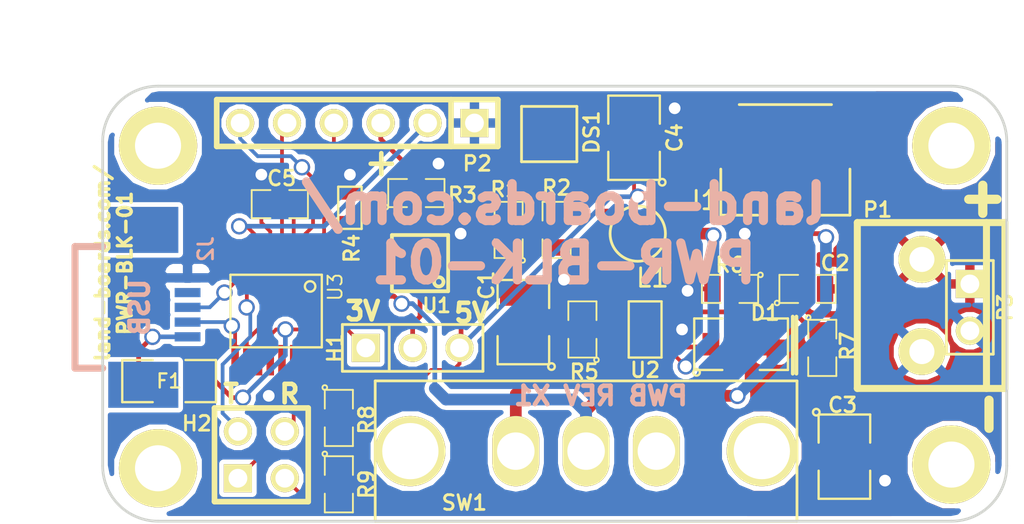
<source format=kicad_pcb>
(kicad_pcb (version 3) (host pcbnew "(2013-05-31 BZR 4019)-stable")

  (general
    (links 62)
    (no_connects 0)
    (area 121.691777 90.525001 181.4864 120.709)
    (thickness 1.6)
    (drawings 22)
    (tracks 214)
    (zones 0)
    (modules 35)
    (nets 28)
  )

  (page A)
  (title_block 
    (title "One Wire Data Logger")
    (rev X1)
  )

  (layers
    (15 F.Cu signal)
    (0 B.Cu signal)
    (20 B.SilkS user)
    (21 F.SilkS user)
    (22 B.Mask user)
    (23 F.Mask user)
    (24 Dwgs.User user)
    (28 Edge.Cuts user)
  )

  (setup
    (last_trace_width 0.254)
    (user_trace_width 0.2032)
    (user_trace_width 0.635)
    (trace_clearance 0.254)
    (zone_clearance 0.2032)
    (zone_45_only no)
    (trace_min 0.1524)
    (segment_width 0.2)
    (edge_width 0.15)
    (via_size 0.889)
    (via_drill 0.635)
    (via_min_size 0.889)
    (via_min_drill 0.508)
    (uvia_size 0.508)
    (uvia_drill 0.127)
    (uvias_allowed no)
    (uvia_min_size 0.508)
    (uvia_min_drill 0.127)
    (pcb_text_width 0.3)
    (pcb_text_size 1 1)
    (mod_edge_width 0.15)
    (mod_text_size 0.8 0.8)
    (mod_text_width 0.15)
    (pad_size 5 5)
    (pad_drill 3.174999)
    (pad_to_mask_clearance 0.1016)
    (aux_axis_origin 0 0)
    (visible_elements 7FFFFF9F)
    (pcbplotparams
      (layerselection 284196865)
      (usegerberextensions true)
      (excludeedgelayer true)
      (linewidth 0.150000)
      (plotframeref false)
      (viasonmask false)
      (mode 1)
      (useauxorigin false)
      (hpglpennumber 1)
      (hpglpenspeed 20)
      (hpglpendiameter 15)
      (hpglpenoverlay 2)
      (psnegative false)
      (psa4output false)
      (plotreference true)
      (plotvalue true)
      (plotothertext true)
      (plotinvisibletext false)
      (padsonsilk false)
      (subtractmaskfromsilk false)
      (outputformat 1)
      (mirror false)
      (drillshape 0)
      (scaleselection 1)
      (outputdirectory plots/))
  )

  (net 0 "")
  (net 1 "/5V Power Supply/+5VOUT")
  (net 2 "/5V Power Supply/3.7V")
  (net 3 /FTDI/+3.3V)
  (net 4 /FTDI/CTS)
  (net 5 /FTDI/DM)
  (net 6 /FTDI/DP)
  (net 7 /FTDI/PUP0)
  (net 8 /FTDI/PUP1)
  (net 9 /FTDI/RTS)
  (net 10 /FTDI/RX)
  (net 11 /FTDI/RXLED*)
  (net 12 /FTDI/TX)
  (net 13 /FTDI/TXLED*)
  (net 14 /FTDI/VCC)
  (net 15 /FTDI/VUSB)
  (net 16 "/LiPo Battery Charger/VB-3.7")
  (net 17 GND)
  (net 18 N-0000013)
  (net 19 N-0000014)
  (net 20 N-0000016)
  (net 21 N-0000017)
  (net 22 N-0000018)
  (net 23 N-0000019)
  (net 24 N-0000020)
  (net 25 N-0000021)
  (net 26 N-0000022)
  (net 27 N-0000023)

  (net_class Default "This is the default net class."
    (clearance 0.254)
    (trace_width 0.254)
    (via_dia 0.889)
    (via_drill 0.635)
    (uvia_dia 0.508)
    (uvia_drill 0.127)
    (add_net "")
    (add_net "/5V Power Supply/+5VOUT")
    (add_net "/5V Power Supply/3.7V")
    (add_net /FTDI/+3.3V)
    (add_net /FTDI/CTS)
    (add_net /FTDI/DM)
    (add_net /FTDI/DP)
    (add_net /FTDI/PUP0)
    (add_net /FTDI/PUP1)
    (add_net /FTDI/RTS)
    (add_net /FTDI/RX)
    (add_net /FTDI/RXLED*)
    (add_net /FTDI/TX)
    (add_net /FTDI/TXLED*)
    (add_net /FTDI/VCC)
    (add_net /FTDI/VUSB)
    (add_net "/LiPo Battery Charger/VB-3.7")
    (add_net GND)
    (add_net N-0000013)
    (add_net N-0000014)
    (add_net N-0000016)
    (add_net N-0000017)
    (add_net N-0000018)
    (add_net N-0000019)
    (add_net N-0000020)
    (add_net N-0000021)
    (add_net N-0000022)
    (add_net N-0000023)
  )

  (module SM1210 (layer F.Cu) (tedit 53EB90A0) (tstamp 517C7636)
    (at 170.2 115.1 270)
    (tags "CMS SM")
    (path /517C5DAF/517C7D72)
    (attr smd)
    (fp_text reference C3 (at -2.8 0.1 360) (layer F.SilkS)
      (effects (font (size 0.8 0.8) (thickness 0.15)))
    )
    (fp_text value 4.7uF (at 1.5 2.2 270) (layer F.SilkS) hide
      (effects (font (size 0.762 0.762) (thickness 0.127)))
    )
    (fp_circle (center -2.413 1.524) (end -2.286 1.397) (layer F.SilkS) (width 0.127))
    (fp_line (start -0.762 -1.397) (end -2.286 -1.397) (layer F.SilkS) (width 0.127))
    (fp_line (start -2.286 -1.397) (end -2.286 1.397) (layer F.SilkS) (width 0.127))
    (fp_line (start -2.286 1.397) (end -0.762 1.397) (layer F.SilkS) (width 0.127))
    (fp_line (start 0.762 1.397) (end 2.286 1.397) (layer F.SilkS) (width 0.127))
    (fp_line (start 2.286 1.397) (end 2.286 -1.397) (layer F.SilkS) (width 0.127))
    (fp_line (start 2.286 -1.397) (end 0.762 -1.397) (layer F.SilkS) (width 0.127))
    (pad 1 smd rect (at -1.524 0 270) (size 1.27 2.54)
      (layers F.Cu F.Mask)
      (net 1 "/5V Power Supply/+5VOUT")
    )
    (pad 2 smd rect (at 1.524 0 270) (size 1.27 2.54)
      (layers F.Cu F.Mask)
      (net 17 GND)
    )
    (model smd/chip_cms.wrl
      (at (xyz 0 0 0))
      (scale (xyz 0.17 0.2 0.17))
      (rotate (xyz 0 0 0))
    )
  )

  (module SM0805 (layer F.Cu) (tedit 51B9F66C) (tstamp 517C76B7)
    (at 154.6 102.8 90)
    (path /517C5D95/517C6029)
    (attr smd)
    (fp_text reference R2 (at 2.286 0 180) (layer F.SilkS)
      (effects (font (size 0.8 0.8) (thickness 0.15)))
    )
    (fp_text value 470 (at 0 0.381 90) (layer F.SilkS) hide
      (effects (font (size 0.50038 0.50038) (thickness 0.10922)))
    )
    (fp_circle (center -1.651 0.762) (end -1.651 0.635) (layer F.SilkS) (width 0.09906))
    (fp_line (start -0.508 0.762) (end -1.524 0.762) (layer F.SilkS) (width 0.09906))
    (fp_line (start -1.524 0.762) (end -1.524 -0.762) (layer F.SilkS) (width 0.09906))
    (fp_line (start -1.524 -0.762) (end -0.508 -0.762) (layer F.SilkS) (width 0.09906))
    (fp_line (start 0.508 -0.762) (end 1.524 -0.762) (layer F.SilkS) (width 0.09906))
    (fp_line (start 1.524 -0.762) (end 1.524 0.762) (layer F.SilkS) (width 0.09906))
    (fp_line (start 1.524 0.762) (end 0.508 0.762) (layer F.SilkS) (width 0.09906))
    (pad 1 smd rect (at -0.9525 0 90) (size 0.889 1.397)
      (layers F.Cu F.Mask)
      (net 23 N-0000019)
    )
    (pad 2 smd rect (at 0.9525 0 90) (size 0.889 1.397)
      (layers F.Cu F.Mask)
      (net 21 N-0000017)
    )
    (model smd/chip_cms.wrl
      (at (xyz 0 0 0))
      (scale (xyz 0.1 0.1 0.1))
      (rotate (xyz 0 0 0))
    )
  )

  (module SM0805 (layer F.Cu) (tedit 53CC0328) (tstamp 517C76C4)
    (at 152 102.8 90)
    (path /517C5D95/517C601A)
    (attr smd)
    (fp_text reference R1 (at 2.2 -0.2 180) (layer F.SilkS)
      (effects (font (size 0.8 0.8) (thickness 0.15)))
    )
    (fp_text value 470 (at 0.508 0.254 90) (layer F.SilkS) hide
      (effects (font (size 0.50038 0.50038) (thickness 0.10922)))
    )
    (fp_circle (center -1.651 0.762) (end -1.651 0.635) (layer F.SilkS) (width 0.09906))
    (fp_line (start -0.508 0.762) (end -1.524 0.762) (layer F.SilkS) (width 0.09906))
    (fp_line (start -1.524 0.762) (end -1.524 -0.762) (layer F.SilkS) (width 0.09906))
    (fp_line (start -1.524 -0.762) (end -0.508 -0.762) (layer F.SilkS) (width 0.09906))
    (fp_line (start 0.508 -0.762) (end 1.524 -0.762) (layer F.SilkS) (width 0.09906))
    (fp_line (start 1.524 -0.762) (end 1.524 0.762) (layer F.SilkS) (width 0.09906))
    (fp_line (start 1.524 0.762) (end 0.508 0.762) (layer F.SilkS) (width 0.09906))
    (pad 1 smd rect (at -0.9525 0 90) (size 0.889 1.397)
      (layers F.Cu F.Mask)
      (net 22 N-0000018)
    )
    (pad 2 smd rect (at 0.9525 0 90) (size 0.889 1.397)
      (layers F.Cu F.Mask)
      (net 20 N-0000016)
    )
    (model smd/chip_cms.wrl
      (at (xyz 0 0 0))
      (scale (xyz 0.1 0.1 0.1))
      (rotate (xyz 0 0 0))
    )
  )

  (module SM0805 (layer F.Cu) (tedit 53CC0E67) (tstamp 517D30A1)
    (at 147 100.8)
    (path /517C5D95/517C6174)
    (attr smd)
    (fp_text reference R3 (at 2.5 0.1) (layer F.SilkS)
      (effects (font (size 0.8 0.8) (thickness 0.15)))
    )
    (fp_text value 2.2K (at 0 0.381) (layer F.SilkS) hide
      (effects (font (size 0.50038 0.50038) (thickness 0.10922)))
    )
    (fp_circle (center -1.651 0.762) (end -1.651 0.635) (layer F.SilkS) (width 0.09906))
    (fp_line (start -0.508 0.762) (end -1.524 0.762) (layer F.SilkS) (width 0.09906))
    (fp_line (start -1.524 0.762) (end -1.524 -0.762) (layer F.SilkS) (width 0.09906))
    (fp_line (start -1.524 -0.762) (end -0.508 -0.762) (layer F.SilkS) (width 0.09906))
    (fp_line (start 0.508 -0.762) (end 1.524 -0.762) (layer F.SilkS) (width 0.09906))
    (fp_line (start 1.524 -0.762) (end 1.524 0.762) (layer F.SilkS) (width 0.09906))
    (fp_line (start 1.524 0.762) (end 0.508 0.762) (layer F.SilkS) (width 0.09906))
    (pad 1 smd rect (at -0.9525 0) (size 0.889 1.397)
      (layers F.Cu F.Mask)
      (net 18 N-0000013)
    )
    (pad 2 smd rect (at 0.9525 0) (size 0.889 1.397)
      (layers F.Cu F.Mask)
      (net 17 GND)
    )
    (model smd/chip_cms.wrl
      (at (xyz 0 0 0))
      (scale (xyz 0.1 0.1 0.1))
      (rotate (xyz 0 0 0))
    )
  )

  (module USB-B-MINI (layer B.Cu) (tedit 518D1FA2) (tstamp 517C772D)
    (at 128.5 107 90)
    (descr "USB, MINI, B")
    (tags USB-B-MINI)
    (path /53C9C2FF/4FF311FD)
    (fp_text reference J2 (at 3.163 7.088 90) (layer B.SilkS)
      (effects (font (size 0.8 0.8) (thickness 0.15)) (justify mirror))
    )
    (fp_text value USB-B (at 0.39878 -1.50114 90) (layer B.SilkS) hide
      (effects (font (size 1.524 1.524) (thickness 0.3048)) (justify mirror))
    )
    (fp_line (start -3.29946 0) (end -3.29946 1.50114) (layer B.SilkS) (width 0.381))
    (fp_line (start 3.29946 0) (end 3.29946 1.50114) (layer B.SilkS) (width 0.381))
    (fp_line (start -3.29946 0) (end 3.29946 0) (layer B.SilkS) (width 0.381))
    (pad G2 smd rect (at 4.20116 3.70078 90) (size 2.49936 3.79984)
      (layers B.Cu B.Mask)
    )
    (pad G1 smd rect (at -4.20116 3.70078 90) (size 2.49936 3.79984)
      (layers B.Cu B.Mask)
    )
    (pad 4 smd rect (at 1.6002 6.10108 90) (size 0.50038 1.39954)
      (layers B.Cu B.Mask)
      (net 17 GND)
    )
    (pad NC smd rect (at 0.8001 6.10108 90) (size 0.50038 1.39954)
      (layers B.Cu B.Mask)
    )
    (pad 1 smd rect (at -1.6002 6.10108 90) (size 0.50038 1.39954)
      (layers B.Cu B.Mask)
      (net 27 N-0000023)
    )
    (pad 2 smd rect (at -0.8001 6.10108 90) (size 0.50038 1.39954)
      (layers B.Cu B.Mask)
      (net 5 /FTDI/DM)
    )
    (pad 3 smd rect (at 0 6.10108 90) (size 0.50038 1.39954)
      (layers B.Cu B.Mask)
      (net 6 /FTDI/DP)
    )
  )

  (module SOD-123 (layer F.Cu) (tedit 53EB9975) (tstamp 53CC0386)
    (at 164.6 109)
    (tags "CMS SM")
    (path /517C5DAF/517C7D22)
    (attr smd)
    (fp_text reference D1 (at 1.3 -1.7) (layer F.SilkS)
      (effects (font (size 0.8 0.8) (thickness 0.15)))
    )
    (fp_text value MBR0520LT1G (at 0.127 2.159) (layer F.SilkS) hide
      (effects (font (size 0.762 0.762) (thickness 0.127)))
    )
    (fp_circle (center -2.413 1.524) (end -2.286 1.397) (layer F.SilkS) (width 0.127))
    (fp_line (start -1.016 -1.397) (end -2.54 -1.397) (layer F.SilkS) (width 0.127))
    (fp_line (start -2.54 -1.397) (end -2.54 1.397) (layer F.SilkS) (width 0.127))
    (fp_line (start -2.54 1.397) (end -1.016 1.397) (layer F.SilkS) (width 0.127))
    (fp_line (start 1.016 1.397) (end 2.54 1.397) (layer F.SilkS) (width 0.127))
    (fp_line (start 2.54 1.397) (end 2.54 -1.397) (layer F.SilkS) (width 0.127))
    (fp_line (start 2.54 -1.397) (end 1.016 -1.397) (layer F.SilkS) (width 0.127))
    (pad 1 smd rect (at -1.63576 0) (size 0.90932 1.2192)
      (layers F.Cu F.Mask)
      (net 26 N-0000022)
    )
    (pad 2 smd rect (at 1.63576 0) (size 0.90932 1.2192)
      (layers F.Cu F.Mask)
      (net 1 "/5V Power Supply/+5VOUT")
    )
    (model smd/chip_cms.wrl
      (at (xyz 0 0 0))
      (scale (xyz 0.17 0.2 0.17))
      (rotate (xyz 0 0 0))
    )
  )

  (module SM0805 (layer F.Cu) (tedit 53CC0B6F) (tstamp 517C7F7B)
    (at 156 108.2 90)
    (path /517C5DAF/517C78A7)
    (attr smd)
    (fp_text reference R5 (at -2.3 0.1 180) (layer F.SilkS)
      (effects (font (size 0.8 0.8) (thickness 0.15)))
    )
    (fp_text value 1M (at 0 0.381 90) (layer F.SilkS) hide
      (effects (font (size 0.50038 0.50038) (thickness 0.10922)))
    )
    (fp_circle (center -1.651 0.762) (end -1.651 0.635) (layer F.SilkS) (width 0.09906))
    (fp_line (start -0.508 0.762) (end -1.524 0.762) (layer F.SilkS) (width 0.09906))
    (fp_line (start -1.524 0.762) (end -1.524 -0.762) (layer F.SilkS) (width 0.09906))
    (fp_line (start -1.524 -0.762) (end -0.508 -0.762) (layer F.SilkS) (width 0.09906))
    (fp_line (start 0.508 -0.762) (end 1.524 -0.762) (layer F.SilkS) (width 0.09906))
    (fp_line (start 1.524 -0.762) (end 1.524 0.762) (layer F.SilkS) (width 0.09906))
    (fp_line (start 1.524 0.762) (end 0.508 0.762) (layer F.SilkS) (width 0.09906))
    (pad 1 smd rect (at -0.9525 0 90) (size 0.889 1.397)
      (layers F.Cu F.Mask)
      (net 2 "/5V Power Supply/3.7V")
    )
    (pad 2 smd rect (at 0.9525 0 90) (size 0.889 1.397)
      (layers F.Cu F.Mask)
      (net 25 N-0000021)
    )
    (model smd/chip_cms.wrl
      (at (xyz 0 0 0))
      (scale (xyz 0.1 0.1 0.1))
      (rotate (xyz 0 0 0))
    )
  )

  (module SM0805 (layer F.Cu) (tedit 53EF851B) (tstamp 518D1FF5)
    (at 142.8 116.6 270)
    (path /53C9C2FF/4FF314D2)
    (attr smd)
    (fp_text reference R9 (at 0 -1.5 270) (layer F.SilkS)
      (effects (font (size 0.8 0.8) (thickness 0.15)))
    )
    (fp_text value 270 (at 0 0.381 270) (layer F.SilkS) hide
      (effects (font (size 0.50038 0.50038) (thickness 0.10922)))
    )
    (fp_circle (center -1.651 0.762) (end -1.651 0.635) (layer F.SilkS) (width 0.09906))
    (fp_line (start -0.508 0.762) (end -1.524 0.762) (layer F.SilkS) (width 0.09906))
    (fp_line (start -1.524 0.762) (end -1.524 -0.762) (layer F.SilkS) (width 0.09906))
    (fp_line (start -1.524 -0.762) (end -0.508 -0.762) (layer F.SilkS) (width 0.09906))
    (fp_line (start 0.508 -0.762) (end 1.524 -0.762) (layer F.SilkS) (width 0.09906))
    (fp_line (start 1.524 -0.762) (end 1.524 0.762) (layer F.SilkS) (width 0.09906))
    (fp_line (start 1.524 0.762) (end 0.508 0.762) (layer F.SilkS) (width 0.09906))
    (pad 1 smd rect (at -0.9525 0 270) (size 0.889 1.397)
      (layers F.Cu F.Mask)
      (net 15 /FTDI/VUSB)
    )
    (pad 2 smd rect (at 0.9525 0 270) (size 0.889 1.397)
      (layers F.Cu F.Mask)
      (net 8 /FTDI/PUP1)
    )
    (model smd/chip_cms.wrl
      (at (xyz 0 0 0))
      (scale (xyz 0.1 0.1 0.1))
      (rotate (xyz 0 0 0))
    )
  )

  (module SM0805 (layer F.Cu) (tedit 53CC0359) (tstamp 517FF69C)
    (at 169 109.2 270)
    (path /517C5DAF/517C7E37)
    (attr smd)
    (fp_text reference R7 (at -0.1 -1.4 270) (layer F.SilkS)
      (effects (font (size 0.8 0.8) (thickness 0.15)))
    )
    (fp_text value 3.09K (at 0 0.381 270) (layer F.SilkS) hide
      (effects (font (size 0.50038 0.50038) (thickness 0.10922)))
    )
    (fp_circle (center -1.651 0.762) (end -1.651 0.635) (layer F.SilkS) (width 0.09906))
    (fp_line (start -0.508 0.762) (end -1.524 0.762) (layer F.SilkS) (width 0.09906))
    (fp_line (start -1.524 0.762) (end -1.524 -0.762) (layer F.SilkS) (width 0.09906))
    (fp_line (start -1.524 -0.762) (end -0.508 -0.762) (layer F.SilkS) (width 0.09906))
    (fp_line (start 0.508 -0.762) (end 1.524 -0.762) (layer F.SilkS) (width 0.09906))
    (fp_line (start 1.524 -0.762) (end 1.524 0.762) (layer F.SilkS) (width 0.09906))
    (fp_line (start 1.524 0.762) (end 0.508 0.762) (layer F.SilkS) (width 0.09906))
    (pad 1 smd rect (at -0.9525 0 270) (size 0.889 1.397)
      (layers F.Cu F.Mask)
      (net 24 N-0000020)
    )
    (pad 2 smd rect (at 0.9525 0 270) (size 0.889 1.397)
      (layers F.Cu F.Mask)
      (net 1 "/5V Power Supply/+5VOUT")
    )
    (model smd/chip_cms.wrl
      (at (xyz 0 0 0))
      (scale (xyz 0.1 0.1 0.1))
      (rotate (xyz 0 0 0))
    )
  )

  (module SM0805 (layer F.Cu) (tedit 53CC0C3C) (tstamp 51804B98)
    (at 164 106 180)
    (path /517C5DAF/517C7E46)
    (attr smd)
    (fp_text reference R6 (at 0 1.3 180) (layer F.SilkS)
      (effects (font (size 0.8 0.8) (thickness 0.15)))
    )
    (fp_text value 1K (at 0 0.381 180) (layer F.SilkS) hide
      (effects (font (size 0.50038 0.50038) (thickness 0.10922)))
    )
    (fp_circle (center -1.651 0.762) (end -1.651 0.635) (layer F.SilkS) (width 0.09906))
    (fp_line (start -0.508 0.762) (end -1.524 0.762) (layer F.SilkS) (width 0.09906))
    (fp_line (start -1.524 0.762) (end -1.524 -0.762) (layer F.SilkS) (width 0.09906))
    (fp_line (start -1.524 -0.762) (end -0.508 -0.762) (layer F.SilkS) (width 0.09906))
    (fp_line (start 0.508 -0.762) (end 1.524 -0.762) (layer F.SilkS) (width 0.09906))
    (fp_line (start 1.524 -0.762) (end 1.524 0.762) (layer F.SilkS) (width 0.09906))
    (fp_line (start 1.524 0.762) (end 0.508 0.762) (layer F.SilkS) (width 0.09906))
    (pad 1 smd rect (at -0.9525 0 180) (size 0.889 1.397)
      (layers F.Cu F.Mask)
      (net 24 N-0000020)
    )
    (pad 2 smd rect (at 0.9525 0 180) (size 0.889 1.397)
      (layers F.Cu F.Mask)
      (net 17 GND)
    )
    (model smd/chip_cms.wrl
      (at (xyz 0 0 0))
      (scale (xyz 0.1 0.1 0.1))
      (rotate (xyz 0 0 0))
    )
  )

  (module FIDUCIAL (layer F.Cu) (tedit 518BF783) (tstamp 53CC1817)
    (at 162.7 116.9)
    (path /518D21B8)
    (fp_text reference FID1 (at 0 2.3495) (layer F.SilkS) hide
      (effects (font (size 0.8 0.8) (thickness 0.15)))
    )
    (fp_text value CONN_1 (at 0.127 -2.794) (layer F.SilkS) hide
      (effects (font (size 1.016 1.016) (thickness 0.2032)))
    )
    (pad 1 smd circle (at 0 0) (size 1 1)
      (layers F.Cu F.Mask)
      (solder_mask_margin 1)
      (clearance 1)
    )
  )

  (module FIDUCIAL (layer F.Cu) (tedit 518BF783) (tstamp 518D1DC2)
    (at 136.1 100.9)
    (path /518D20E3)
    (fp_text reference FID2 (at 0 2.3495) (layer F.SilkS) hide
      (effects (font (size 0.8 0.8) (thickness 0.15)))
    )
    (fp_text value CONN_1 (at 0.127 -2.794) (layer F.SilkS) hide
      (effects (font (size 1.016 1.016) (thickness 0.2032)))
    )
    (pad 1 smd circle (at 0 0) (size 1 1)
      (layers F.Cu F.Mask)
      (solder_mask_margin 1)
      (clearance 1)
    )
  )

  (module SW-SPDT-SLIDE (layer F.Cu) (tedit 53C9D448) (tstamp 51B1D411)
    (at 156.2 114.8)
    (path /53C9D52C)
    (fp_text reference SW1 (at -6.6 2.8) (layer F.SilkS)
      (effects (font (size 0.8 0.8) (thickness 0.15)))
    )
    (fp_text value SW-SPDT (at 0 5.08) (layer F.SilkS) hide
      (effects (font (size 1 1) (thickness 0.15)))
    )
    (fp_line (start 11.43 -3.81) (end 11.43 3.81) (layer F.SilkS) (width 0.15))
    (fp_line (start -11.43 -3.81) (end -11.43 3.81) (layer F.SilkS) (width 0.15))
    (fp_line (start 11.43 3.81) (end -11.43 3.81) (layer F.SilkS) (width 0.15))
    (fp_line (start -11.43 -3.81) (end 11.43 -3.81) (layer F.SilkS) (width 0.15))
    (pad 1 thru_hole oval (at -3.81 0) (size 2.54 3.81) (drill 2.032)
      (layers *.Cu *.Mask F.SilkS)
      (net 2 "/5V Power Supply/3.7V")
    )
    (pad 2 thru_hole oval (at 0 0) (size 2.54 3.81) (drill 2.032)
      (layers *.Cu *.Mask F.SilkS)
      (net 16 "/LiPo Battery Charger/VB-3.7")
    )
    (pad 3 thru_hole oval (at 3.81 0) (size 2.54 3.81) (drill 2.032)
      (layers *.Cu *.Mask F.SilkS)
    )
    (pad "" thru_hole circle (at -9.525 0) (size 3.81 3.81) (drill 3.048)
      (layers *.Cu *.Mask F.SilkS)
    )
    (pad "" thru_hole circle (at 9.525 0) (size 3.81 3.81) (drill 3.048)
      (layers *.Cu *.Mask F.SilkS)
    )
  )

  (module SOT23_LED2C (layer F.Cu) (tedit 53CC0AEF) (tstamp 53BEC19C)
    (at 154.2 97.6 180)
    (tags SOT23)
    (path /517C5D95/517C600B)
    (fp_text reference DS1 (at -2.3 0.1 270) (layer F.SilkS)
      (effects (font (size 0.8 0.8) (thickness 0.15)))
    )
    (fp_text value LED2C_CA (at 0 2.8 180) (layer F.SilkS) hide
      (effects (font (size 0.50038 0.50038) (thickness 0.0762)))
    )
    (fp_line (start 1.5 -1.5) (end 1.5 1.5) (layer F.SilkS) (width 0.15))
    (fp_line (start 1.5 1.5) (end -1.5 1.5) (layer F.SilkS) (width 0.15))
    (fp_line (start -1.5 1.5) (end -1.5 -1.5) (layer F.SilkS) (width 0.15))
    (fp_line (start -1.5 -1.5) (end 1.5 -1.5) (layer F.SilkS) (width 0.15))
    (pad ANOD smd rect (at 0 -1.4 180) (size 1.5 1.5)
      (layers F.Cu F.Mask)
      (net 15 /FTDI/VUSB)
    )
    (pad RED smd rect (at 0.95 1.4 180) (size 1.5 1.5)
      (layers F.Cu F.Mask)
      (net 20 N-0000016)
    )
    (pad GRN smd rect (at -0.95 1.4 180) (size 1.5 1.5)
      (layers F.Cu F.Mask)
      (net 21 N-0000017)
    )
    (model smd/SOT23_6.wrl
      (at (xyz 0 0 0))
      (scale (xyz 0.11 0.11 0.11))
      (rotate (xyz 0 0 -180))
    )
  )

  (module PIN_ARRAY_3X1 (layer F.Cu) (tedit 53EF84F0) (tstamp 53C9BCB4)
    (at 146.8 109.2)
    (descr "Connecteur 3 pins")
    (tags "CONN DEV")
    (path /53C9C2FF/4FF31320)
    (fp_text reference H1 (at -4.2 0 90) (layer F.SilkS)
      (effects (font (size 0.8 0.8) (thickness 0.15)))
    )
    (fp_text value CONN_3 (at 0 -2.159) (layer F.SilkS) hide
      (effects (font (size 1.016 1.016) (thickness 0.1524)))
    )
    (fp_line (start -3.81 1.27) (end -3.81 -1.27) (layer F.SilkS) (width 0.1524))
    (fp_line (start -3.81 -1.27) (end 3.81 -1.27) (layer F.SilkS) (width 0.1524))
    (fp_line (start 3.81 -1.27) (end 3.81 1.27) (layer F.SilkS) (width 0.1524))
    (fp_line (start 3.81 1.27) (end -3.81 1.27) (layer F.SilkS) (width 0.1524))
    (fp_line (start -1.27 -1.27) (end -1.27 1.27) (layer F.SilkS) (width 0.1524))
    (pad 1 thru_hole rect (at -2.54 0) (size 1.524 1.524) (drill 1.016)
      (layers *.Cu *.Mask F.SilkS)
      (net 3 /FTDI/+3.3V)
    )
    (pad 2 thru_hole circle (at 0 0) (size 1.524 1.524) (drill 1.016)
      (layers *.Cu *.Mask F.SilkS)
      (net 14 /FTDI/VCC)
    )
    (pad 3 thru_hole circle (at 2.54 0) (size 1.524 1.524) (drill 1.016)
      (layers *.Cu *.Mask F.SilkS)
      (net 15 /FTDI/VUSB)
    )
    (model pin_array/pins_array_3x1.wrl
      (at (xyz 0 0 0))
      (scale (xyz 1 1 1))
      (rotate (xyz 0 0 0))
    )
  )

  (module PIN_ARRAY_2X2 (layer F.Cu) (tedit 53EF8465) (tstamp 53C9BCC0)
    (at 138.6 115)
    (descr "Double rangee de contacts 2 x 2 pins")
    (tags CONN)
    (path /53C9C2FF/5245770A)
    (fp_text reference H2 (at -3.5 -1.7) (layer F.SilkS)
      (effects (font (size 0.8 0.8) (thickness 0.15)))
    )
    (fp_text value CONN_2X2 (at 0 3.048) (layer F.SilkS) hide
      (effects (font (size 1.016 1.016) (thickness 0.2032)))
    )
    (fp_line (start -2.54 -2.54) (end 2.54 -2.54) (layer F.SilkS) (width 0.3048))
    (fp_line (start 2.54 -2.54) (end 2.54 2.54) (layer F.SilkS) (width 0.3048))
    (fp_line (start 2.54 2.54) (end -2.54 2.54) (layer F.SilkS) (width 0.3048))
    (fp_line (start -2.54 2.54) (end -2.54 -2.54) (layer F.SilkS) (width 0.3048))
    (pad 1 thru_hole rect (at -1.27 1.27) (size 1.524 1.524) (drill 1.016)
      (layers *.Cu *.Mask F.SilkS)
      (net 7 /FTDI/PUP0)
    )
    (pad 2 thru_hole circle (at -1.27 -1.27) (size 1.524 1.524) (drill 1.016)
      (layers *.Cu *.Mask F.SilkS)
      (net 13 /FTDI/TXLED*)
    )
    (pad 3 thru_hole circle (at 1.27 1.27) (size 1.524 1.524) (drill 1.016)
      (layers *.Cu *.Mask F.SilkS)
      (net 8 /FTDI/PUP1)
    )
    (pad 4 thru_hole circle (at 1.27 -1.27) (size 1.524 1.524) (drill 1.016)
      (layers *.Cu *.Mask F.SilkS)
      (net 11 /FTDI/RXLED*)
    )
    (model pin_array/pins_array_2x2.wrl
      (at (xyz 0 0 0))
      (scale (xyz 1 1 1))
      (rotate (xyz 0 0 0))
    )
  )

  (module PIN_ARRAY-6X1 (layer F.Cu) (tedit 53CC0AE5) (tstamp 53C9BCD8)
    (at 143.8 97 180)
    (descr "Connecteur 6 pins")
    (tags "CONN DEV")
    (path /53C9C2FF/4FF312DA)
    (fp_text reference P2 (at -6.5 -2.2 180) (layer F.SilkS)
      (effects (font (size 0.8 0.8) (thickness 0.15)))
    )
    (fp_text value CONN_6 (at 0 2.159 180) (layer F.SilkS) hide
      (effects (font (size 1.016 0.889) (thickness 0.2032)))
    )
    (fp_line (start -7.62 1.27) (end -7.62 -1.27) (layer F.SilkS) (width 0.3048))
    (fp_line (start -7.62 -1.27) (end 7.62 -1.27) (layer F.SilkS) (width 0.3048))
    (fp_line (start 7.62 -1.27) (end 7.62 1.27) (layer F.SilkS) (width 0.3048))
    (fp_line (start 7.62 1.27) (end -7.62 1.27) (layer F.SilkS) (width 0.3048))
    (fp_line (start -5.08 1.27) (end -5.08 -1.27) (layer F.SilkS) (width 0.3048))
    (pad 1 thru_hole rect (at -6.35 0 180) (size 1.524 1.524) (drill 1.016)
      (layers *.Cu *.Mask F.SilkS)
      (net 17 GND)
    )
    (pad 2 thru_hole circle (at -3.81 0 180) (size 1.524 1.524) (drill 1.016)
      (layers *.Cu *.Mask F.SilkS)
      (net 4 /FTDI/CTS)
    )
    (pad 3 thru_hole circle (at -1.27 0 180) (size 1.524 1.524) (drill 1.016)
      (layers *.Cu *.Mask F.SilkS)
      (net 14 /FTDI/VCC)
    )
    (pad 4 thru_hole circle (at 1.27 0 180) (size 1.524 1.524) (drill 1.016)
      (layers *.Cu *.Mask F.SilkS)
      (net 12 /FTDI/TX)
    )
    (pad 5 thru_hole circle (at 3.81 0 180) (size 1.524 1.524) (drill 1.016)
      (layers *.Cu *.Mask F.SilkS)
      (net 10 /FTDI/RX)
    )
    (pad 6 thru_hole circle (at 6.35 0 180) (size 1.524 1.524) (drill 1.016)
      (layers *.Cu *.Mask F.SilkS)
      (net 9 /FTDI/RTS)
    )
    (model pin_array/pins_array_6x1.wrl
      (at (xyz 0 0 0))
      (scale (xyz 1 1 1))
      (rotate (xyz 0 0 0))
    )
  )

  (module SM0805 (layer F.Cu) (tedit 53EB91A7) (tstamp 517C7629)
    (at 139.6 101.4 180)
    (path /53C9C2FF/4FF31376)
    (attr smd)
    (fp_text reference C5 (at -0.1 1.4 180) (layer F.SilkS)
      (effects (font (size 0.8 0.8) (thickness 0.15)))
    )
    (fp_text value 0.1uF (at -0.1 1.5 180) (layer F.SilkS) hide
      (effects (font (size 0.50038 0.50038) (thickness 0.10922)))
    )
    (fp_circle (center -1.651 0.762) (end -1.651 0.635) (layer F.SilkS) (width 0.09906))
    (fp_line (start -0.508 0.762) (end -1.524 0.762) (layer F.SilkS) (width 0.09906))
    (fp_line (start -1.524 0.762) (end -1.524 -0.762) (layer F.SilkS) (width 0.09906))
    (fp_line (start -1.524 -0.762) (end -0.508 -0.762) (layer F.SilkS) (width 0.09906))
    (fp_line (start 0.508 -0.762) (end 1.524 -0.762) (layer F.SilkS) (width 0.09906))
    (fp_line (start 1.524 -0.762) (end 1.524 0.762) (layer F.SilkS) (width 0.09906))
    (fp_line (start 1.524 0.762) (end 0.508 0.762) (layer F.SilkS) (width 0.09906))
    (pad 1 smd rect (at -0.9525 0 180) (size 0.889 1.397)
      (layers F.Cu F.Mask)
      (net 3 /FTDI/+3.3V)
    )
    (pad 2 smd rect (at 0.9525 0 180) (size 0.889 1.397)
      (layers F.Cu F.Mask)
      (net 17 GND)
    )
    (model smd/chip_cms.wrl
      (at (xyz 0 0 0))
      (scale (xyz 0.1 0.1 0.1))
      (rotate (xyz 0 0 0))
    )
  )

  (module SM0805 (layer F.Cu) (tedit 53EF8457) (tstamp 517C7643)
    (at 168.2 106)
    (path /517C5DAF/517C7F11)
    (attr smd)
    (fp_text reference C2 (at 1.5 -1.4) (layer F.SilkS)
      (effects (font (size 0.8 0.8) (thickness 0.15)))
    )
    (fp_text value 680pF (at 0 1.4) (layer F.SilkS) hide
      (effects (font (size 0.50038 0.50038) (thickness 0.10922)))
    )
    (fp_circle (center -1.651 0.762) (end -1.651 0.635) (layer F.SilkS) (width 0.09906))
    (fp_line (start -0.508 0.762) (end -1.524 0.762) (layer F.SilkS) (width 0.09906))
    (fp_line (start -1.524 0.762) (end -1.524 -0.762) (layer F.SilkS) (width 0.09906))
    (fp_line (start -1.524 -0.762) (end -0.508 -0.762) (layer F.SilkS) (width 0.09906))
    (fp_line (start 0.508 -0.762) (end 1.524 -0.762) (layer F.SilkS) (width 0.09906))
    (fp_line (start 1.524 -0.762) (end 1.524 0.762) (layer F.SilkS) (width 0.09906))
    (fp_line (start 1.524 0.762) (end 0.508 0.762) (layer F.SilkS) (width 0.09906))
    (pad 1 smd rect (at -0.9525 0) (size 0.889 1.397)
      (layers F.Cu F.Mask)
      (net 24 N-0000020)
    )
    (pad 2 smd rect (at 0.9525 0) (size 0.889 1.397)
      (layers F.Cu F.Mask)
      (net 1 "/5V Power Supply/+5VOUT")
    )
    (model smd/chip_cms.wrl
      (at (xyz 0 0 0))
      (scale (xyz 0.1 0.1 0.1))
      (rotate (xyz 0 0 0))
    )
  )

  (module SM1210 (layer F.Cu) (tedit 53EF84CB) (tstamp 517C765C)
    (at 152.8 107.8 90)
    (tags "CMS SM")
    (path /517C5DAF/517C78BC)
    (attr smd)
    (fp_text reference C1 (at 2 -2 90) (layer F.SilkS)
      (effects (font (size 0.8 0.8) (thickness 0.15)))
    )
    (fp_text value 4.7uF (at 0 0.508 90) (layer F.SilkS) hide
      (effects (font (size 0.762 0.762) (thickness 0.127)))
    )
    (fp_circle (center -2.413 1.524) (end -2.286 1.397) (layer F.SilkS) (width 0.127))
    (fp_line (start -0.762 -1.397) (end -2.286 -1.397) (layer F.SilkS) (width 0.127))
    (fp_line (start -2.286 -1.397) (end -2.286 1.397) (layer F.SilkS) (width 0.127))
    (fp_line (start -2.286 1.397) (end -0.762 1.397) (layer F.SilkS) (width 0.127))
    (fp_line (start 0.762 1.397) (end 2.286 1.397) (layer F.SilkS) (width 0.127))
    (fp_line (start 2.286 1.397) (end 2.286 -1.397) (layer F.SilkS) (width 0.127))
    (fp_line (start 2.286 -1.397) (end 0.762 -1.397) (layer F.SilkS) (width 0.127))
    (pad 1 smd rect (at -1.524 0 90) (size 1.27 2.54)
      (layers F.Cu F.Mask)
      (net 2 "/5V Power Supply/3.7V")
    )
    (pad 2 smd rect (at 1.524 0 90) (size 1.27 2.54)
      (layers F.Cu F.Mask)
      (net 17 GND)
    )
    (model smd/chip_cms.wrl
      (at (xyz 0 0 0))
      (scale (xyz 0.17 0.2 0.17))
      (rotate (xyz 0 0 0))
    )
  )

  (module SM1210 (layer F.Cu) (tedit 53C9DAC4) (tstamp 517C7683)
    (at 158.8 97.8 90)
    (tags "CMS SM")
    (path /53C9C2FF/4FF312AD)
    (attr smd)
    (fp_text reference C4 (at 0 2.2 90) (layer F.SilkS)
      (effects (font (size 0.8 0.8) (thickness 0.15)))
    )
    (fp_text value 10uF (at -0.085 2.165 90) (layer F.SilkS) hide
      (effects (font (size 0.762 0.762) (thickness 0.127)))
    )
    (fp_circle (center -2.413 1.524) (end -2.286 1.397) (layer F.SilkS) (width 0.127))
    (fp_line (start -0.762 -1.397) (end -2.286 -1.397) (layer F.SilkS) (width 0.127))
    (fp_line (start -2.286 -1.397) (end -2.286 1.397) (layer F.SilkS) (width 0.127))
    (fp_line (start -2.286 1.397) (end -0.762 1.397) (layer F.SilkS) (width 0.127))
    (fp_line (start 0.762 1.397) (end 2.286 1.397) (layer F.SilkS) (width 0.127))
    (fp_line (start 2.286 1.397) (end 2.286 -1.397) (layer F.SilkS) (width 0.127))
    (fp_line (start 2.286 -1.397) (end 0.762 -1.397) (layer F.SilkS) (width 0.127))
    (pad 1 smd rect (at -1.524 0 90) (size 1.27 2.54)
      (layers F.Cu F.Mask)
      (net 15 /FTDI/VUSB)
    )
    (pad 2 smd rect (at 1.524 0 90) (size 1.27 2.54)
      (layers F.Cu F.Mask)
      (net 17 GND)
    )
    (model smd/chip_cms.wrl
      (at (xyz 0 0 0))
      (scale (xyz 0.17 0.2 0.17))
      (rotate (xyz 0 0 0))
    )
  )

  (module SM0603 (layer F.Cu) (tedit 53CC0ABF) (tstamp 517C7F88)
    (at 143.4 101.6 90)
    (path /517C5D95/517C61DF)
    (attr smd)
    (fp_text reference R4 (at -2.2 0.1 90) (layer F.SilkS)
      (effects (font (size 0.8 0.8) (thickness 0.15)))
    )
    (fp_text value NTC-10K (at 0 0 90) (layer F.SilkS) hide
      (effects (font (size 0.508 0.4572) (thickness 0.1143)))
    )
    (fp_line (start -1.143 -0.635) (end 1.143 -0.635) (layer F.SilkS) (width 0.127))
    (fp_line (start 1.143 -0.635) (end 1.143 0.635) (layer F.SilkS) (width 0.127))
    (fp_line (start 1.143 0.635) (end -1.143 0.635) (layer F.SilkS) (width 0.127))
    (fp_line (start -1.143 0.635) (end -1.143 -0.635) (layer F.SilkS) (width 0.127))
    (pad 1 smd rect (at -0.762 0 90) (size 0.635 1.143)
      (layers F.Cu F.Mask)
      (net 19 N-0000014)
    )
    (pad 2 smd rect (at 0.762 0 90) (size 0.635 1.143)
      (layers F.Cu F.Mask)
      (net 17 GND)
    )
    (model smd\resistors\R0603.wrl
      (at (xyz 0 0 0.001))
      (scale (xyz 0.5 0.5 0.5))
      (rotate (xyz 0 0 0))
    )
  )

  (module SM0805 (layer F.Cu) (tedit 53EF8526) (tstamp 517FF6A6)
    (at 142.8 113 270)
    (path /53C9C2FF/4FF314CB)
    (attr smd)
    (fp_text reference R8 (at 0.1 -1.5 270) (layer F.SilkS)
      (effects (font (size 0.8 0.8) (thickness 0.15)))
    )
    (fp_text value 270 (at -0.031 -1.649 270) (layer F.SilkS) hide
      (effects (font (size 0.50038 0.50038) (thickness 0.10922)))
    )
    (fp_circle (center -1.651 0.762) (end -1.651 0.635) (layer F.SilkS) (width 0.09906))
    (fp_line (start -0.508 0.762) (end -1.524 0.762) (layer F.SilkS) (width 0.09906))
    (fp_line (start -1.524 0.762) (end -1.524 -0.762) (layer F.SilkS) (width 0.09906))
    (fp_line (start -1.524 -0.762) (end -0.508 -0.762) (layer F.SilkS) (width 0.09906))
    (fp_line (start 0.508 -0.762) (end 1.524 -0.762) (layer F.SilkS) (width 0.09906))
    (fp_line (start 1.524 -0.762) (end 1.524 0.762) (layer F.SilkS) (width 0.09906))
    (fp_line (start 1.524 0.762) (end 0.508 0.762) (layer F.SilkS) (width 0.09906))
    (pad 1 smd rect (at -0.9525 0 270) (size 0.889 1.397)
      (layers F.Cu F.Mask)
      (net 15 /FTDI/VUSB)
    )
    (pad 2 smd rect (at 0.9525 0 270) (size 0.889 1.397)
      (layers F.Cu F.Mask)
      (net 7 /FTDI/PUP0)
    )
    (model smd/chip_cms.wrl
      (at (xyz 0 0 0))
      (scale (xyz 0.1 0.1 0.1))
      (rotate (xyz 0 0 0))
    )
  )

  (module SOT23-5 (layer F.Cu) (tedit 53CC034D) (tstamp 517EB80B)
    (at 159.4 108.2 90)
    (path /517C5DAF/517C7898)
    (attr smd)
    (fp_text reference U2 (at -2.2 0 180) (layer F.SilkS)
      (effects (font (size 0.8 0.8) (thickness 0.15)))
    )
    (fp_text value LMR62014 (at 0 0 90) (layer F.SilkS) hide
      (effects (font (size 0.635 0.635) (thickness 0.127)))
    )
    (fp_line (start 1.524 -0.889) (end 1.524 0.889) (layer F.SilkS) (width 0.127))
    (fp_line (start 1.524 0.889) (end -1.524 0.889) (layer F.SilkS) (width 0.127))
    (fp_line (start -1.524 0.889) (end -1.524 -0.889) (layer F.SilkS) (width 0.127))
    (fp_line (start -1.524 -0.889) (end 1.524 -0.889) (layer F.SilkS) (width 0.127))
    (pad 1 smd rect (at -0.9525 1.27 90) (size 0.508 0.762)
      (layers F.Cu F.Mask)
      (net 26 N-0000022)
    )
    (pad 3 smd rect (at 0.9525 1.27 90) (size 0.508 0.762)
      (layers F.Cu F.Mask)
      (net 24 N-0000020)
    )
    (pad 5 smd rect (at -0.9525 -1.27 90) (size 0.508 0.762)
      (layers F.Cu F.Mask)
      (net 2 "/5V Power Supply/3.7V")
    )
    (pad 2 smd rect (at 0 1.27 90) (size 0.508 0.762)
      (layers F.Cu F.Mask)
      (net 17 GND)
    )
    (pad 4 smd rect (at 0.9525 -1.27 90) (size 0.508 0.762)
      (layers F.Cu F.Mask)
      (net 25 N-0000021)
    )
    (model smd/SOT23_5.wrl
      (at (xyz 0 0 0))
      (scale (xyz 0.1 0.1 0.1))
      (rotate (xyz 0 0 0))
    )
  )

  (module TB2-5MM (layer F.Cu) (tedit 53EB998F) (tstamp 53C9C402)
    (at 174.4 104.4 270)
    (path /53C9D166)
    (fp_text reference P1 (at -2.7 2.4 360) (layer F.SilkS)
      (effects (font (size 0.8 0.8) (thickness 0.15)))
    )
    (fp_text value CONN_2 (at 2 5 270) (layer F.SilkS) hide
      (effects (font (size 1.524 1.524) (thickness 0.3048)))
    )
    (fp_line (start -2 -4.5) (end -2 3.5) (layer F.SilkS) (width 0.381))
    (fp_line (start 7 -4.5) (end 7 3.5) (layer F.SilkS) (width 0.381))
    (fp_line (start -2 3.5) (end 7 3.5) (layer F.SilkS) (width 0.381))
    (fp_line (start -2 -3.5) (end 7 -3.5) (layer F.SilkS) (width 0.381))
    (fp_line (start -2 -4.5) (end 7 -4.5) (layer F.SilkS) (width 0.381))
    (pad 1 thru_hole circle (at 0 0 270) (size 2.54 2.54) (drill 1.3589)
      (layers *.Cu *.Mask F.SilkS)
      (net 1 "/5V Power Supply/+5VOUT")
    )
    (pad 2 thru_hole circle (at 5 0 270) (size 2.54 2.54) (drill 1.3589)
      (layers *.Cu *.Mask F.SilkS)
      (net 17 GND)
    )
  )

  (module MTG-2.5MM (layer F.Cu) (tedit 509E7E43) (tstamp 517C774A)
    (at 133 99.5)
    (path /51830500)
    (fp_text reference MTG1 (at -0.4318 -7.8232) (layer F.SilkS) hide
      (effects (font (size 0.8 0.8) (thickness 0.15)))
    )
    (fp_text value CONN_1 (at 0 -5.08) (layer F.SilkS) hide
      (effects (font (size 1.524 1.524) (thickness 0.3048)))
    )
    (pad 1 thru_hole circle (at 0 -1.27) (size 4.2418 4.2418) (drill 2.49936)
      (layers *.Cu *.Mask F.SilkS)
    )
  )

  (module MTG-2.5MM (layer F.Cu) (tedit 509E7E43) (tstamp 517C7754)
    (at 133 117)
    (path /5183051E)
    (fp_text reference MTG3 (at -0.4318 -7.8232) (layer F.SilkS) hide
      (effects (font (size 0.8 0.8) (thickness 0.15)))
    )
    (fp_text value CONN_1 (at 0 -5.08) (layer F.SilkS) hide
      (effects (font (size 1.524 1.524) (thickness 0.3048)))
    )
    (pad 1 thru_hole circle (at 0 -1.27) (size 4.2418 4.2418) (drill 2.49936)
      (layers *.Cu *.Mask F.SilkS)
    )
  )

  (module MTG-2.5MM (layer F.Cu) (tedit 509E7E43) (tstamp 53C9C386)
    (at 176 116.8)
    (path /5183050F)
    (fp_text reference MTG2 (at -0.4318 -7.8232) (layer F.SilkS) hide
      (effects (font (size 0.8 0.8) (thickness 0.15)))
    )
    (fp_text value CONN_1 (at 0 -5.08) (layer F.SilkS) hide
      (effects (font (size 1.524 1.524) (thickness 0.3048)))
    )
    (pad 1 thru_hole circle (at 0 -1.27) (size 4.2418 4.2418) (drill 2.49936)
      (layers *.Cu *.Mask F.SilkS)
    )
  )

  (module MTG-2.5MM (layer F.Cu) (tedit 509E7E43) (tstamp 53C9C38B)
    (at 176 99.5)
    (path /5183052D)
    (fp_text reference MTG4 (at -0.4318 -7.8232) (layer F.SilkS) hide
      (effects (font (size 0.8 0.8) (thickness 0.15)))
    )
    (fp_text value CONN_1 (at 0 -5.08) (layer F.SilkS) hide
      (effects (font (size 1.524 1.524) (thickness 0.3048)))
    )
    (pad 1 thru_hole circle (at 0 -1.27) (size 4.2418 4.2418) (drill 2.49936)
      (layers *.Cu *.Mask F.SilkS)
    )
  )

  (module MSOP10-0.5 (layer F.Cu) (tedit 53EB9016) (tstamp 53CC0B5B)
    (at 147.2 104.6 90)
    (descr "MSOP10 10pins pitch 0.5mm")
    (path /517C5D95/517C604F)
    (clearance 0.127)
    (attr smd)
    (fp_text reference U1 (at -2.3 0.9 180) (layer F.SilkS)
      (effects (font (size 0.762 0.762) (thickness 0.1524)))
    )
    (fp_text value MCP73833 (at 0 0.762 90) (layer F.SilkS) hide
      (effects (font (size 0.762 0.762) (thickness 0.1524)))
    )
    (fp_circle (center -1.016 1.016) (end -1.016 0.762) (layer F.SilkS) (width 0.2032))
    (fp_line (start 1.524 1.524) (end -1.524 1.524) (layer F.SilkS) (width 0.2032))
    (fp_line (start -1.524 1.524) (end -1.524 -1.524) (layer F.SilkS) (width 0.2032))
    (fp_line (start -1.524 -1.524) (end 1.524 -1.524) (layer F.SilkS) (width 0.2032))
    (fp_line (start 1.524 -1.524) (end 1.524 1.524) (layer F.SilkS) (width 0.2032))
    (pad 1 smd rect (at -1.016 2.2225 90) (size 0.26924 1.00076)
      (layers F.Cu F.Mask)
      (net 15 /FTDI/VUSB)
    )
    (pad 2 smd rect (at -0.508 2.2225 90) (size 0.26924 1.00076)
      (layers F.Cu F.Mask)
      (net 15 /FTDI/VUSB)
    )
    (pad 3 smd rect (at 0 2.2225 90) (size 0.26924 1.00076)
      (layers F.Cu F.Mask)
      (net 22 N-0000018)
    )
    (pad 4 smd rect (at 0.508 2.2225 90) (size 0.26924 1.00076)
      (layers F.Cu F.Mask)
      (net 23 N-0000019)
    )
    (pad 5 smd rect (at 1.016 2.2225 90) (size 0.26924 1.00076)
      (layers F.Cu F.Mask)
      (net 17 GND)
    )
    (pad 6 smd rect (at 1.016 -2.2225 90) (size 0.26924 1.00076)
      (layers F.Cu F.Mask)
      (net 18 N-0000013)
    )
    (pad 7 smd rect (at 0.508 -2.2225 90) (size 0.26924 1.00076)
      (layers F.Cu F.Mask)
    )
    (pad 8 smd rect (at 0 -2.2225 90) (size 0.26924 1.00076)
      (layers F.Cu F.Mask)
      (net 19 N-0000014)
    )
    (pad 9 smd rect (at -0.508 -2.2225 90) (size 0.26924 1.00076)
      (layers F.Cu F.Mask)
      (net 16 "/LiPo Battery Charger/VB-3.7")
    )
    (pad 10 smd rect (at -1.016 -2.2225 90) (size 0.26924 1.00076)
      (layers F.Cu F.Mask)
      (net 16 "/LiPo Battery Charger/VB-3.7")
    )
    (model smd\MSOP_10.wrl
      (at (xyz 0 0 0))
      (scale (xyz 0.3 0.35 0.3))
      (rotate (xyz 0 0 0))
    )
  )

  (module ssop-16 (layer F.Cu) (tedit 53EB900F) (tstamp 517C76E4)
    (at 139.4 107.2 180)
    (descr SSOP-16)
    (path /53C9C2FF/525C3657)
    (clearance 0.127)
    (fp_text reference U3 (at -3.2 1.3 270) (layer F.SilkS)
      (effects (font (size 0.762 0.762) (thickness 0.09906)))
    )
    (fp_text value FT230XS (at 0 -1.143 270) (layer F.SilkS) hide
      (effects (font (size 0.50038 0.50038) (thickness 0.09906)))
    )
    (fp_line (start -2.4765 1.9685) (end 2.4765 1.9685) (layer F.SilkS) (width 0.127))
    (fp_line (start 2.4765 1.9685) (end 2.4765 -1.9685) (layer F.SilkS) (width 0.127))
    (fp_line (start 2.4765 -1.9685) (end -2.4765 -1.9685) (layer F.SilkS) (width 0.127))
    (fp_line (start -2.4765 -1.9685) (end -2.4765 1.9685) (layer F.SilkS) (width 0.127))
    (fp_circle (center -1.8415 1.3335) (end -1.9685 1.5875) (layer F.SilkS) (width 0.127))
    (pad 4 smd rect (at -0.3175 2.667 180) (size 0.4064 1.651)
      (layers F.Cu F.Mask)
      (net 10 /FTDI/RX)
    )
    (pad 5 smd rect (at 0.3175 2.667 180) (size 0.4064 1.651)
      (layers F.Cu F.Mask)
      (net 17 GND)
    )
    (pad 6 smd rect (at 0.9525 2.667 180) (size 0.4064 1.651)
      (layers F.Cu F.Mask)
      (net 4 /FTDI/CTS)
    )
    (pad 7 smd rect (at 1.5875 2.667 180) (size 0.4064 1.651)
      (layers F.Cu F.Mask)
      (net 13 /FTDI/TXLED*)
    )
    (pad 16 smd rect (at -2.2225 -2.667 180) (size 0.4064 1.651)
      (layers F.Cu F.Mask)
    )
    (pad 1 smd rect (at -2.2225 2.667 180) (size 0.4064 1.651)
      (layers F.Cu F.Mask)
      (net 12 /FTDI/TX)
    )
    (pad 2 smd rect (at -1.5875 2.667 180) (size 0.4064 1.651)
      (layers F.Cu F.Mask)
      (net 9 /FTDI/RTS)
    )
    (pad 3 smd rect (at -0.9525 2.667 180) (size 0.4064 1.651)
      (layers F.Cu F.Mask)
      (net 3 /FTDI/+3.3V)
    )
    (pad 9 smd rect (at 2.2225 -2.667 180) (size 0.4064 1.651)
      (layers F.Cu F.Mask)
      (net 5 /FTDI/DM)
    )
    (pad 10 smd rect (at 1.5875 -2.667 180) (size 0.4064 1.651)
      (layers F.Cu F.Mask)
      (net 3 /FTDI/+3.3V)
    )
    (pad 11 smd rect (at 0.9525 -2.667 180) (size 0.4064 1.651)
      (layers F.Cu F.Mask)
    )
    (pad 12 smd rect (at 0.3175 -2.667 180) (size 0.4064 1.651)
      (layers F.Cu F.Mask)
      (net 15 /FTDI/VUSB)
    )
    (pad 13 smd rect (at -0.3175 -2.667 180) (size 0.4064 1.651)
      (layers F.Cu F.Mask)
      (net 17 GND)
    )
    (pad 14 smd rect (at -0.9525 -2.667 180) (size 0.4064 1.651)
      (layers F.Cu F.Mask)
      (net 11 /FTDI/RXLED*)
    )
    (pad 8 smd rect (at 2.2225 2.667 180) (size 0.4064 1.651)
      (layers F.Cu F.Mask)
      (net 6 /FTDI/DP)
    )
    (pad 15 smd rect (at -1.5875 -2.667 180) (size 0.4064 1.651)
      (layers F.Cu F.Mask)
    )
    (model smd/smd_dil/ssop-16.wrl
      (at (xyz 0 0 0))
      (scale (xyz 1 1 1))
      (rotate (xyz 0 0 0))
    )
  )

  (module IND-3MM (layer F.Cu) (tedit 53EB9352) (tstamp 517C7B1E)
    (at 159 103)
    (path /517C5DAF/517C78F4)
    (fp_text reference L1 (at 0.8 2.4) (layer F.SilkS)
      (effects (font (size 1 1) (thickness 0.15)))
    )
    (fp_text value 10uH (at 0.24892 -4.50088) (layer F.SilkS) hide
      (effects (font (size 1.524 1.524) (thickness 0.3048)))
    )
    (fp_circle (center 0 0) (end 1.5 0) (layer F.SilkS) (width 0.15))
    (pad 1 smd rect (at -1.2 0) (size 1.2 2.7)
      (layers F.Cu F.Mask)
      (net 2 "/5V Power Supply/3.7V")
    )
    (pad 2 smd rect (at 1.2 0) (size 1.2 2.7)
      (layers F.Cu F.Mask)
      (net 26 N-0000022)
    )
  )

  (module JST-2-SMT (layer F.Cu) (tedit 53EB9847) (tstamp 53EB955C)
    (at 167 100)
    (path /517C5D95/517C6133)
    (clearance 0.1524)
    (attr smd)
    (fp_text reference J1 (at -4.5 1.2) (layer F.SilkS)
      (effects (font (size 1 1) (thickness 0.15)))
    )
    (fp_text value JST_2 (at 0 6) (layer F.SilkS) hide
      (effects (font (size 1.27 1.27) (thickness 0.0889)))
    )
    (fp_line (start 1.5 2) (end 3.5 2) (layer F.SilkS) (width 0.15))
    (fp_line (start 3.5 2) (end 3.5 -0.5) (layer F.SilkS) (width 0.15))
    (fp_line (start -3.5 -0.5) (end -3.5 2) (layer F.SilkS) (width 0.15))
    (fp_line (start -3.5 2) (end -1.5 2) (layer F.SilkS) (width 0.15))
    (fp_line (start -2.5 -4) (end 2.5 -4) (layer F.SilkS) (width 0.15))
    (fp_text user "" (at -2.20218 5.3848) (layer B.SilkS)
      (effects (font (size 1.4224 1.4224) (thickness 0.0889)))
    )
    (fp_text user "" (at 2.98196 5.3848) (layer B.SilkS)
      (effects (font (size 1.4224 1.4224) (thickness 0.0889)))
    )
    (pad 1 smd rect (at -1 3) (size 1 3)
      (layers F.Cu F.Mask)
      (net 17 GND)
    )
    (pad 2 smd rect (at 1 3) (size 1 3)
      (layers F.Cu F.Mask)
      (net 16 "/LiPo Battery Charger/VB-3.7")
    )
    (pad NC1 smd rect (at -3.35 -2.5) (size 1.5 3.4)
      (layers F.Cu F.Mask)
    )
    (pad NC2 smd rect (at 3.35 -2.5) (size 1.5 3.4)
      (layers F.Cu F.Mask)
    )
  )

  (module PIN_ARRAY_2X1 (layer F.Cu) (tedit 4565C520) (tstamp 53EF7D4F)
    (at 177 107 270)
    (descr "Connecteurs 2 pins")
    (tags "CONN DEV")
    (path /53EF7F12)
    (fp_text reference P3 (at 0 -1.905 270) (layer F.SilkS)
      (effects (font (size 0.762 0.762) (thickness 0.1524)))
    )
    (fp_text value CONN_2 (at 0 -1.905 270) (layer F.SilkS) hide
      (effects (font (size 0.762 0.762) (thickness 0.1524)))
    )
    (fp_line (start -2.54 1.27) (end -2.54 -1.27) (layer F.SilkS) (width 0.1524))
    (fp_line (start -2.54 -1.27) (end 2.54 -1.27) (layer F.SilkS) (width 0.1524))
    (fp_line (start 2.54 -1.27) (end 2.54 1.27) (layer F.SilkS) (width 0.1524))
    (fp_line (start 2.54 1.27) (end -2.54 1.27) (layer F.SilkS) (width 0.1524))
    (pad 1 thru_hole rect (at -1.27 0 270) (size 1.524 1.524) (drill 1.016)
      (layers *.Cu *.Mask F.SilkS)
      (net 1 "/5V Power Supply/+5VOUT")
    )
    (pad 2 thru_hole circle (at 1.27 0 270) (size 1.524 1.524) (drill 1.016)
      (layers *.Cu *.Mask F.SilkS)
      (net 17 GND)
    )
    (model pin_array/pins_array_2x1.wrl
      (at (xyz 0 0 0))
      (scale (xyz 1 1 1))
      (rotate (xyz 0 0 0))
    )
  )

  (module SM1206 (layer F.Cu) (tedit 42806E24) (tstamp 53EF8678)
    (at 133.6 111)
    (path /53C9C2FF/53EF87F2)
    (attr smd)
    (fp_text reference F1 (at 0 0) (layer F.SilkS)
      (effects (font (size 0.762 0.762) (thickness 0.127)))
    )
    (fp_text value FUSE (at 0 0) (layer F.SilkS) hide
      (effects (font (size 0.762 0.762) (thickness 0.127)))
    )
    (fp_line (start -2.54 -1.143) (end -2.54 1.143) (layer F.SilkS) (width 0.127))
    (fp_line (start -2.54 1.143) (end -0.889 1.143) (layer F.SilkS) (width 0.127))
    (fp_line (start 0.889 -1.143) (end 2.54 -1.143) (layer F.SilkS) (width 0.127))
    (fp_line (start 2.54 -1.143) (end 2.54 1.143) (layer F.SilkS) (width 0.127))
    (fp_line (start 2.54 1.143) (end 0.889 1.143) (layer F.SilkS) (width 0.127))
    (fp_line (start -0.889 -1.143) (end -2.54 -1.143) (layer F.SilkS) (width 0.127))
    (pad 1 smd rect (at -1.651 0) (size 1.524 2.032)
      (layers F.Cu F.Mask)
      (net 27 N-0000023)
    )
    (pad 2 smd rect (at 1.651 0) (size 1.524 2.032)
      (layers F.Cu F.Mask)
      (net 15 /FTDI/VUSB)
    )
    (model smd/chip_cms.wrl
      (at (xyz 0 0 0))
      (scale (xyz 0.17 0.16 0.16))
      (rotate (xyz 0 0 0))
    )
  )

  (gr_text "PWB REV X1" (at 157 111.8) (layer B.SilkS)
    (effects (font (size 1 1) (thickness 0.25)) (justify mirror))
  )
  (gr_text + (at 145.1 99.1) (layer F.SilkS)
    (effects (font (size 1.5 1.5) (thickness 0.25)))
  )
  (dimension 23.600212 (width 0.25) (layer Dwgs.User)
    (gr_text "23.600 mm" (at 126.15011 106.827965 270.2427773) (layer Dwgs.User)
      (effects (font (size 1 1) (thickness 0.25)))
    )
    (feature1 (pts (xy 132.7 95) (xy 125.100119 95.032202)))
    (feature2 (pts (xy 132.8 118.6) (xy 125.200119 118.632202)))
    (crossbar (pts (xy 127.200101 118.623728) (xy 127.100101 95.023728)))
    (arrow1a (pts (xy 127.100101 95.023728) (xy 127.691289 96.147736)))
    (arrow1b (pts (xy 127.100101 95.023728) (xy 126.518459 96.152706)))
    (arrow2a (pts (xy 127.200101 118.623728) (xy 127.781743 117.49475)))
    (arrow2b (pts (xy 127.200101 118.623728) (xy 126.608913 117.49972)))
  )
  (gr_text 3V (at 144.1 107.2) (layer F.SilkS)
    (effects (font (size 1 1) (thickness 0.25)))
  )
  (gr_text 5V (at 150 107.3) (layer F.SilkS)
    (effects (font (size 1 1) (thickness 0.25)))
  )
  (gr_text "T   R" (at 138.6 111.7) (layer F.SilkS)
    (effects (font (size 1 1) (thickness 0.25)))
  )
  (gr_text "land-boards.com/\nPWR-BLK-01" (at 130.6 104.6 90) (layer F.SilkS)
    (effects (font (size 0.75 0.75) (thickness 0.1875)))
  )
  (gr_text "land-boards.com/\nPWR-BLK-01" (at 155 103) (layer B.SilkS)
    (effects (font (size 2 2) (thickness 0.5)) (justify mirror))
  )
  (gr_line (start 167.6 107.5) (end 167.6 110.6) (angle 90) (layer F.SilkS) (width 0.2))
  (gr_line (start 167.4 107.5) (end 167.4 110.6) (angle 90) (layer F.SilkS) (width 0.2))
  (gr_text - (at 177.9 112.8 90) (layer F.SilkS)
    (effects (font (size 2 2) (thickness 0.5)))
  )
  (gr_text + (at 177.7 101) (layer F.SilkS)
    (effects (font (size 2 2) (thickness 0.5)))
  )
  (dimension 49 (width 0.25) (layer Dwgs.User)
    (gr_text "49.000 mm" (at 154.5 91.600001) (layer Dwgs.User)
      (effects (font (size 1 1) (thickness 0.25)))
    )
    (feature1 (pts (xy 179 98) (xy 179 90.600001)))
    (feature2 (pts (xy 130 98) (xy 130 90.600001)))
    (crossbar (pts (xy 130 92.600001) (xy 179 92.600001)))
    (arrow1a (pts (xy 179 92.600001) (xy 177.873497 93.186421)))
    (arrow1b (pts (xy 179 92.600001) (xy 177.873497 92.013581)))
    (arrow2a (pts (xy 130 92.600001) (xy 131.126503 93.186421)))
    (arrow2b (pts (xy 130 92.600001) (xy 131.126503 92.013581)))
  )
  (gr_line (start 179 115.6) (end 179 98) (angle 90) (layer Edge.Cuts) (width 0.15))
  (gr_line (start 133 118.6) (end 176 118.6) (angle 90) (layer Edge.Cuts) (width 0.15))
  (gr_line (start 130 98) (end 130 115.6) (angle 90) (layer Edge.Cuts) (width 0.15))
  (gr_line (start 176 95) (end 133 95) (angle 90) (layer Edge.Cuts) (width 0.15))
  (gr_arc (start 133 115.6) (end 133 118.6) (angle 90) (layer Edge.Cuts) (width 0.15))
  (gr_arc (start 176 115.6) (end 179 115.6) (angle 90) (layer Edge.Cuts) (width 0.15))
  (gr_arc (start 176 98) (end 176 95) (angle 90) (layer Edge.Cuts) (width 0.15))
  (gr_arc (start 133 98) (end 130 98) (angle 90) (layer Edge.Cuts) (width 0.15))
  (gr_text USB (at 132 107 90) (layer B.SilkS)
    (effects (font (size 1 1) (thickness 0.25)) (justify mirror))
  )

  (segment (start 152.39 114.8) (end 152.39 111.71) (width 0.635) (layer F.Cu) (net 2) (status 10))
  (segment (start 152.39 111.71) (end 152.8 111.3) (width 0.635) (layer F.Cu) (net 2) (tstamp 53EB90FD))
  (segment (start 152.8 111.3) (end 152.8 109.324) (width 0.635) (layer F.Cu) (net 2) (tstamp 53EB90FE) (status 20))
  (segment (start 159.4 108.4) (end 159.4 106.9) (width 0.254) (layer F.Cu) (net 2))
  (segment (start 157.8 105.3) (end 157.8 103) (width 0.254) (layer F.Cu) (net 2) (tstamp 53D1924B) (status 20))
  (segment (start 159.4 106.9) (end 157.8 105.3) (width 0.254) (layer F.Cu) (net 2) (tstamp 53D1924A))
  (segment (start 158.13 109.1525) (end 158.6475 109.1525) (width 0.254) (layer F.Cu) (net 2) (status 10))
  (segment (start 158.6475 109.1525) (end 159.4 108.4) (width 0.254) (layer F.Cu) (net 2) (tstamp 53C9D62E))
  (segment (start 158.13 109.1525) (end 156 109.1525) (width 0.254) (layer F.Cu) (net 2) (status 30))
  (segment (start 152.8 109.324) (end 155.8285 109.324) (width 0.254) (layer F.Cu) (net 2) (status 30))
  (segment (start 155.8285 109.324) (end 156 109.1525) (width 0.254) (layer F.Cu) (net 2) (tstamp 53C9D625) (status 30))
  (segment (start 139.3 107.3) (end 142.36 107.3) (width 0.2032) (layer F.Cu) (net 3))
  (segment (start 142.36 107.3) (end 144.26 109.2) (width 0.2032) (layer F.Cu) (net 3) (tstamp 53C9D931) (status 20))
  (segment (start 137.8125 109.867) (end 137.8125 108.7875) (width 0.2032) (layer F.Cu) (net 3) (status 10))
  (segment (start 140.3525 106.2475) (end 140.3525 104.533) (width 0.2032) (layer F.Cu) (net 3) (tstamp 53C9D8E8) (status 20))
  (segment (start 137.8125 108.7875) (end 139.3 107.3) (width 0.2032) (layer F.Cu) (net 3) (tstamp 53C9D8E7))
  (segment (start 139.3 107.3) (end 140.3525 106.2475) (width 0.2032) (layer F.Cu) (net 3) (tstamp 53C9D92F))
  (segment (start 140.3525 104.533) (end 140.3525 101.6) (width 0.2032) (layer F.Cu) (net 3) (status 30))
  (segment (start 140.3525 101.6) (end 140.5525 101.4) (width 0.2032) (layer F.Cu) (net 3) (tstamp 53C9D73F) (status 30))
  (segment (start 137.4 102.6) (end 142.01 102.6) (width 0.254) (layer B.Cu) (net 4))
  (segment (start 142.01 102.6) (end 147.61 97) (width 0.254) (layer B.Cu) (net 4) (tstamp 53CC052C) (status 20))
  (segment (start 138.4475 104.533) (end 138.4475 103.2475) (width 0.2032) (layer F.Cu) (net 4) (status 10))
  (via (at 137.4 102.6) (size 0.889) (layers F.Cu B.Cu) (net 4))
  (segment (start 137.8 102.6) (end 137.4 102.6) (width 0.2032) (layer F.Cu) (net 4) (tstamp 53C9D78F))
  (segment (start 138.4475 103.2475) (end 137.8 102.6) (width 0.2032) (layer F.Cu) (net 4) (tstamp 53C9D78D))
  (segment (start 136.8001 107.8001) (end 134.60108 107.8001) (width 0.2032) (layer B.Cu) (net 5) (tstamp 53C9D7CA) (status 20))
  (segment (start 137 108) (end 136.8001 107.8001) (width 0.2032) (layer B.Cu) (net 5) (tstamp 53C9D7C9))
  (segment (start 137.1775 109.867) (end 137.1775 108.1775) (width 0.2032) (layer F.Cu) (net 5) (status 10))
  (via (at 137 108) (size 0.889) (layers F.Cu B.Cu) (net 5))
  (segment (start 137.1775 108.1775) (end 137 108) (width 0.2032) (layer F.Cu) (net 5) (tstamp 53C9D7C4))
  (segment (start 134.60108 107) (end 135.8 107) (width 0.2032) (layer B.Cu) (net 6) (status 10))
  (segment (start 135.8 107) (end 136.6 106.2) (width 0.2032) (layer B.Cu) (net 6) (tstamp 53C9D7B9))
  (segment (start 137.1775 105.6225) (end 137.1775 104.533) (width 0.2032) (layer F.Cu) (net 6) (tstamp 53C9D7BF) (status 20))
  (segment (start 136.6 106.2) (end 137.1775 105.6225) (width 0.2032) (layer F.Cu) (net 6) (tstamp 53C9D7BE))
  (via (at 136.6 106.2) (size 0.889) (layers F.Cu B.Cu) (net 6))
  (segment (start 142.8 113.9525) (end 141.8475 113.9525) (width 0.2032) (layer F.Cu) (net 7) (status 10))
  (segment (start 138.6 115) (end 137.33 116.27) (width 0.2032) (layer F.Cu) (net 7) (tstamp 53C9D90C) (status 20))
  (segment (start 140.8 115) (end 138.6 115) (width 0.2032) (layer F.Cu) (net 7) (tstamp 53C9D90A))
  (segment (start 141.8475 113.9525) (end 140.8 115) (width 0.2032) (layer F.Cu) (net 7) (tstamp 53C9D908))
  (segment (start 142.8 117.5525) (end 141.1525 117.5525) (width 0.2032) (layer F.Cu) (net 8) (status 10))
  (segment (start 141.1525 117.5525) (end 139.87 116.27) (width 0.2032) (layer F.Cu) (net 8) (tstamp 53C9D910) (status 20))
  (segment (start 137.45 97.85) (end 137.45 97) (width 0.2032) (layer B.Cu) (net 9) (tstamp 53C9D759) (status 20))
  (segment (start 138.4 98.8) (end 137.45 97.85) (width 0.2032) (layer B.Cu) (net 9) (tstamp 53C9D756))
  (segment (start 140.2 98.8) (end 138.4 98.8) (width 0.2032) (layer B.Cu) (net 9) (tstamp 53C9D755))
  (segment (start 140.8 99.4) (end 140.2 98.8) (width 0.2032) (layer B.Cu) (net 9) (tstamp 53C9D754))
  (segment (start 140.9875 104.533) (end 140.9875 103.0125) (width 0.2032) (layer F.Cu) (net 9) (status 10))
  (via (at 140.8 99.4) (size 0.889) (layers F.Cu B.Cu) (net 9))
  (segment (start 141.4 100) (end 140.8 99.4) (width 0.2032) (layer F.Cu) (net 9) (tstamp 53C9D751))
  (segment (start 141.4 102.6) (end 141.4 100) (width 0.2032) (layer F.Cu) (net 9) (tstamp 53C9D74E))
  (segment (start 140.9875 103.0125) (end 141.4 102.6) (width 0.2032) (layer F.Cu) (net 9) (tstamp 53C9D74C))
  (segment (start 139.7175 104.533) (end 139.7175 97.2725) (width 0.2032) (layer F.Cu) (net 10) (status 30))
  (segment (start 139.7175 97.2725) (end 139.99 97) (width 0.2032) (layer F.Cu) (net 10) (tstamp 53C9D745) (status 30))
  (segment (start 140.3525 109.867) (end 140.3525 113.2475) (width 0.2032) (layer F.Cu) (net 11) (status 30))
  (segment (start 140.3525 113.2475) (end 139.87 113.73) (width 0.2032) (layer F.Cu) (net 11) (tstamp 53C9D8D7) (status 30))
  (segment (start 141.6225 104.533) (end 141.6225 103.3775) (width 0.2032) (layer F.Cu) (net 12) (status 10))
  (segment (start 142.53 98.47) (end 142.53 97) (width 0.2032) (layer F.Cu) (net 12) (tstamp 53C9D768) (status 20))
  (segment (start 142 99) (end 142.53 98.47) (width 0.2032) (layer F.Cu) (net 12) (tstamp 53C9D765))
  (segment (start 142 103) (end 142 99) (width 0.2032) (layer F.Cu) (net 12) (tstamp 53C9D763))
  (segment (start 141.6225 103.3775) (end 142 103) (width 0.2032) (layer F.Cu) (net 12) (tstamp 53C9D762))
  (segment (start 137.33 113.73) (end 137.33 113.572798) (width 0.2032) (layer B.Cu) (net 13))
  (segment (start 136.5 110.1) (end 138 108.6) (width 0.2032) (layer B.Cu) (net 13) (tstamp 53EB9A7A))
  (segment (start 136.5 112.742798) (end 136.5 110.1) (width 0.2032) (layer B.Cu) (net 13) (tstamp 53EB9A78))
  (segment (start 137.33 113.572798) (end 136.5 112.742798) (width 0.2032) (layer B.Cu) (net 13) (tstamp 53EB9A77))
  (segment (start 138 107.2) (end 138 108.6) (width 0.2032) (layer B.Cu) (net 13) (tstamp 53C9D8B9))
  (segment (start 137.8 107) (end 138 107.2) (width 0.2032) (layer B.Cu) (net 13) (tstamp 53C9D8B8))
  (segment (start 137.8125 104.533) (end 137.8125 106.9875) (width 0.2032) (layer F.Cu) (net 13) (status 10))
  (via (at 137.8 107) (size 0.889) (layers F.Cu B.Cu) (net 13))
  (segment (start 137.8125 106.9875) (end 137.8 107) (width 0.2032) (layer F.Cu) (net 13) (tstamp 53C9D8B3))
  (segment (start 146.8 109.2) (end 146.8 107.9) (width 0.254) (layer F.Cu) (net 14) (status 10))
  (segment (start 145.07 97.87) (end 145.07 97) (width 0.254) (layer F.Cu) (net 14) (tstamp 53CC150A) (status 20))
  (segment (start 147 99.8) (end 145.07 97.87) (width 0.254) (layer F.Cu) (net 14) (tstamp 53CC1506))
  (segment (start 147 101.9) (end 147 99.8) (width 0.254) (layer F.Cu) (net 14) (tstamp 53CC1505))
  (segment (start 147.2 102.1) (end 147 101.9) (width 0.254) (layer F.Cu) (net 14) (tstamp 53CC1501))
  (segment (start 147.2 107.5) (end 147.2 102.1) (width 0.254) (layer F.Cu) (net 14) (tstamp 53CC14FF))
  (segment (start 146.8 107.9) (end 147.2 107.5) (width 0.254) (layer F.Cu) (net 14) (tstamp 53CC14FB))
  (segment (start 135.251 111) (end 136.1 111) (width 0.254) (layer F.Cu) (net 15))
  (via (at 139.9 108.2) (size 0.889) (layers F.Cu B.Cu) (net 15))
  (segment (start 139.9 109.6) (end 139.9 108.2) (width 0.254) (layer B.Cu) (net 15) (tstamp 53EF86D1))
  (segment (start 137.6 111.9) (end 139.9 109.6) (width 0.254) (layer B.Cu) (net 15) (tstamp 53EF86D0))
  (via (at 137.6 111.9) (size 0.889) (layers F.Cu B.Cu) (net 15))
  (segment (start 137 111.9) (end 137.6 111.9) (width 0.254) (layer F.Cu) (net 15) (tstamp 53EF86C9))
  (segment (start 136.1 111) (end 137 111.9) (width 0.254) (layer F.Cu) (net 15) (tstamp 53EF86C6))
  (segment (start 154.2 99) (end 158.476 99) (width 0.254) (layer F.Cu) (net 15) (status 30))
  (segment (start 158.476 99) (end 158.8 99.324) (width 0.254) (layer F.Cu) (net 15) (tstamp 53CC153F) (status 30))
  (segment (start 149.4225 105.616) (end 149.4225 109.1175) (width 0.254) (layer F.Cu) (net 15) (status 30))
  (segment (start 149.4225 109.1175) (end 149.34 109.2) (width 0.254) (layer F.Cu) (net 15) (tstamp 53CC151C) (status 30))
  (segment (start 159 101) (end 157.54 101) (width 0.254) (layer B.Cu) (net 15))
  (via (at 159 101) (size 0.889) (layers F.Cu B.Cu) (net 15))
  (segment (start 159 101) (end 158.8 100.8) (width 0.2032) (layer F.Cu) (net 15) (tstamp 53C9D98B))
  (segment (start 158.8 100.8) (end 158.8 99.324) (width 0.2032) (layer F.Cu) (net 15) (tstamp 53C9D98C) (status 20))
  (segment (start 157.54 101) (end 149.34 109.2) (width 0.254) (layer B.Cu) (net 15) (tstamp 53CC058B) (status 20))
  (segment (start 139.0825 109.867) (end 139.0825 108.5175) (width 0.2032) (layer F.Cu) (net 15) (status 10))
  (segment (start 142.8 108.6) (end 142.8 112.0475) (width 0.2032) (layer F.Cu) (net 15) (tstamp 53C9D9C7) (status 20))
  (segment (start 142.4 108.2) (end 142.8 108.6) (width 0.2032) (layer F.Cu) (net 15) (tstamp 53C9D9C6))
  (segment (start 139.4 108.2) (end 139.9 108.2) (width 0.2032) (layer F.Cu) (net 15) (tstamp 53C9D9C5))
  (segment (start 139.9 108.2) (end 142.4 108.2) (width 0.2032) (layer F.Cu) (net 15) (tstamp 53EF86D9))
  (segment (start 139.0825 108.5175) (end 139.4 108.2) (width 0.2032) (layer F.Cu) (net 15) (tstamp 53C9D9C4))
  (segment (start 142.8 112.0475) (end 146.1525 112.0475) (width 0.2032) (layer F.Cu) (net 15) (status 10))
  (segment (start 146.1525 112.0475) (end 147.8 110.4) (width 0.2032) (layer F.Cu) (net 15) (tstamp 53C9D922))
  (segment (start 147.8 110.4) (end 149 110.4) (width 0.2032) (layer F.Cu) (net 15) (tstamp 53C9D925))
  (segment (start 149 110.4) (end 149.34 110.06) (width 0.2032) (layer F.Cu) (net 15) (tstamp 53C9D927))
  (segment (start 149.34 110.06) (end 149.34 109.2) (width 0.2032) (layer F.Cu) (net 15) (tstamp 53C9D928) (status 20))
  (segment (start 142.8 115.6475) (end 143.1525 115.6475) (width 0.2032) (layer F.Cu) (net 15) (status 30))
  (segment (start 143.4475 112.0475) (end 142.8 112.0475) (width 0.2032) (layer F.Cu) (net 15) (tstamp 53C9D91D) (status 30))
  (segment (start 144 112.6) (end 143.4475 112.0475) (width 0.2032) (layer F.Cu) (net 15) (tstamp 53C9D91C) (status 20))
  (segment (start 144 114.8) (end 144 112.6) (width 0.2032) (layer F.Cu) (net 15) (tstamp 53C9D91A))
  (segment (start 143.1525 115.6475) (end 144 114.8) (width 0.2032) (layer F.Cu) (net 15) (tstamp 53C9D917) (status 10))
  (segment (start 149.4225 105.108) (end 149.4225 105.616) (width 0.2032) (layer F.Cu) (net 15) (status 30))
  (segment (start 169.2 103.2) (end 169.2 107) (width 0.635) (layer B.Cu) (net 16))
  (segment (start 169.2 107) (end 164.4 111.8) (width 0.635) (layer B.Cu) (net 16) (tstamp 53EB913A))
  (segment (start 156.2 114.8) (end 156.2 112.6) (width 0.635) (layer F.Cu) (net 16) (status 10))
  (segment (start 156.2 112.6) (end 157 111.8) (width 0.635) (layer F.Cu) (net 16) (tstamp 53EB90E1))
  (segment (start 157 111.8) (end 164.4 111.8) (width 0.635) (layer F.Cu) (net 16) (tstamp 53EB90E2))
  (segment (start 156.2 114.8) (end 156.2 112.7) (width 0.635) (layer B.Cu) (net 16) (status 10))
  (segment (start 156.2 112.7) (end 155.5 112) (width 0.635) (layer B.Cu) (net 16) (tstamp 53EB90D8))
  (segment (start 155.5 112) (end 148.6 112) (width 0.635) (layer B.Cu) (net 16) (tstamp 53EB90D9))
  (segment (start 148.6 112) (end 148 111.4) (width 0.635) (layer B.Cu) (net 16) (tstamp 53EB90DB))
  (via (at 164.4 111.8) (size 0.889) (layers F.Cu B.Cu) (net 16))
  (via (at 169.2 103.2) (size 0.889) (layers F.Cu B.Cu) (net 16))
  (segment (start 169.2 103.2) (end 169 103) (width 0.254) (layer F.Cu) (net 16) (tstamp 53CC1047))
  (segment (start 169 103) (end 167.9 103) (width 0.254) (layer F.Cu) (net 16) (tstamp 53CC1048) (status 20))
  (via (at 146.2 106.8) (size 0.889) (layers F.Cu B.Cu) (net 16))
  (segment (start 146.2 106.8) (end 145.8 106.4) (width 0.254) (layer F.Cu) (net 16) (tstamp 53C9D709))
  (segment (start 145.8 106.4) (end 145 106.4) (width 0.254) (layer F.Cu) (net 16) (tstamp 53C9D70A))
  (segment (start 145 106.4) (end 144.9775 106.3775) (width 0.254) (layer F.Cu) (net 16) (tstamp 53C9D70C))
  (segment (start 144.9775 106.3775) (end 144.9775 105.616) (width 0.254) (layer F.Cu) (net 16) (tstamp 53C9D70E) (status 20))
  (segment (start 148 111.4) (end 148 108) (width 0.254) (layer B.Cu) (net 16) (tstamp 53C9D6FE))
  (segment (start 148 108) (end 146.8 106.8) (width 0.254) (layer B.Cu) (net 16) (tstamp 53C9D703))
  (segment (start 146.8 106.8) (end 146.2 106.8) (width 0.254) (layer B.Cu) (net 16) (tstamp 53C9D705))
  (segment (start 144.9775 105.616) (end 144.9775 105.108) (width 0.2032) (layer F.Cu) (net 16) (status 30))
  (segment (start 165.9 103) (end 164.8 103) (width 0.254) (layer F.Cu) (net 17) (status 10))
  (via (at 164.8 103) (size 0.889) (layers F.Cu B.Cu) (net 17))
  (segment (start 170.2 116.624) (end 172.176 116.624) (width 0.254) (layer F.Cu) (net 17) (status 10))
  (via (at 172.4 116.4) (size 0.889) (layers F.Cu B.Cu) (net 17))
  (segment (start 172.176 116.624) (end 172.4 116.4) (width 0.254) (layer F.Cu) (net 17) (tstamp 53EB9096))
  (segment (start 152.8 106.276) (end 154.224 106.276) (width 0.254) (layer F.Cu) (net 17) (status 10))
  (via (at 155 105.5) (size 0.889) (layers F.Cu B.Cu) (net 17))
  (segment (start 154.224 106.276) (end 155 105.5) (width 0.254) (layer F.Cu) (net 17) (tstamp 53CC1686))
  (segment (start 163.0475 106) (end 161.8 106) (width 0.254) (layer F.Cu) (net 17) (status 10))
  (via (at 161.7 106.1) (size 0.889) (layers F.Cu B.Cu) (net 17))
  (segment (start 161.8 106) (end 161.7 106.1) (width 0.254) (layer F.Cu) (net 17) (tstamp 53CC0C49))
  (segment (start 139.7175 109.867) (end 139.7175 111.0825) (width 0.2032) (layer F.Cu) (net 17) (status 10))
  (via (at 139 111.8) (size 0.889) (layers F.Cu B.Cu) (net 17))
  (segment (start 139.7175 111.0825) (end 139 111.8) (width 0.2032) (layer F.Cu) (net 17) (tstamp 53C9D8F3))
  (segment (start 149.4225 103.584) (end 149.4225 103.0225) (width 0.2032) (layer F.Cu) (net 17) (status 10))
  (via (at 149.4 103) (size 0.889) (layers F.Cu B.Cu) (net 17))
  (segment (start 149.4225 103.0225) (end 149.4 103) (width 0.2032) (layer F.Cu) (net 17) (tstamp 53C9D80C))
  (segment (start 147.9525 100.8) (end 147.9525 99.4475) (width 0.2032) (layer F.Cu) (net 17) (status 10))
  (via (at 148.2 99.2) (size 0.889) (layers F.Cu B.Cu) (net 17))
  (segment (start 147.9525 99.4475) (end 148.2 99.2) (width 0.2032) (layer F.Cu) (net 17) (tstamp 53C9D7FE))
  (segment (start 143.4 100.838) (end 143.4 99.8) (width 0.2032) (layer F.Cu) (net 17) (status 10))
  (via (at 143.4 99.8) (size 0.889) (layers F.Cu B.Cu) (net 17))
  (segment (start 138.6475 101.4) (end 138.6475 99.8475) (width 0.2032) (layer F.Cu) (net 17) (status 10))
  (via (at 138.6 99.8) (size 0.889) (layers F.Cu B.Cu) (net 17))
  (segment (start 138.6475 99.8475) (end 138.6 99.8) (width 0.2032) (layer F.Cu) (net 17) (tstamp 53C9D77C))
  (segment (start 139.0825 104.533) (end 139.0825 102.8825) (width 0.2032) (layer F.Cu) (net 17) (status 10))
  (segment (start 138.6 101.4475) (end 138.6475 101.4) (width 0.2032) (layer F.Cu) (net 17) (tstamp 53C9D779) (status 30))
  (segment (start 138.6 102.4) (end 138.6 101.4475) (width 0.2032) (layer F.Cu) (net 17) (tstamp 53C9D777) (status 20))
  (segment (start 139.0825 102.8825) (end 138.6 102.4) (width 0.2032) (layer F.Cu) (net 17) (tstamp 53C9D775))
  (segment (start 158.8 96.276) (end 160.924 96.276) (width 0.254) (layer F.Cu) (net 17) (status 10))
  (via (at 161 96.2) (size 0.889) (layers F.Cu B.Cu) (net 17))
  (segment (start 160.924 96.276) (end 161 96.2) (width 0.254) (layer F.Cu) (net 17) (tstamp 53C9D6D5))
  (segment (start 160.67 108.2) (end 161.4 108.2) (width 0.254) (layer F.Cu) (net 17) (status 10))
  (via (at 161.4 108.2) (size 0.889) (layers F.Cu B.Cu) (net 17))
  (segment (start 144.9775 103.584) (end 144.9775 101.87) (width 0.2032) (layer F.Cu) (net 18) (status 10))
  (segment (start 144.9775 101.87) (end 146.0475 100.8) (width 0.2032) (layer F.Cu) (net 18) (tstamp 53C9D736) (status 20))
  (segment (start 144.9775 104.6) (end 143.6 104.6) (width 0.2032) (layer F.Cu) (net 19) (status 10))
  (segment (start 143.4 104.4) (end 143.4 102.362) (width 0.2032) (layer F.Cu) (net 19) (tstamp 53C9D730) (status 20))
  (segment (start 143.6 104.6) (end 143.4 104.4) (width 0.2032) (layer F.Cu) (net 19) (tstamp 53C9D72F))
  (segment (start 152 101.8475) (end 152 97.45) (width 0.2032) (layer F.Cu) (net 20) (status 10))
  (segment (start 152 97.45) (end 153.25 96.2) (width 0.2032) (layer F.Cu) (net 20) (tstamp 53C9D879) (status 20))
  (segment (start 155.15 96.2) (end 155.15 97.05) (width 0.2032) (layer F.Cu) (net 21))
  (segment (start 155.15 97.05) (end 154.5 97.7) (width 0.2032) (layer F.Cu) (net 21) (tstamp 53EB91C4))
  (segment (start 154.5 97.7) (end 153.1 97.7) (width 0.2032) (layer F.Cu) (net 21) (tstamp 53EB91C5))
  (segment (start 153.1 97.7) (end 152.6 98.2) (width 0.2032) (layer F.Cu) (net 21) (tstamp 53EB91C6))
  (segment (start 152.6 98.2) (end 152.6 100) (width 0.2032) (layer F.Cu) (net 21) (tstamp 53EB91C8))
  (segment (start 152.6 100) (end 153.3 100.7) (width 0.2032) (layer F.Cu) (net 21) (tstamp 53EB91C9))
  (segment (start 153.3 100.7) (end 154.3 100.7) (width 0.2032) (layer F.Cu) (net 21) (tstamp 53EB91CB))
  (segment (start 154.3 100.7) (end 154.6 101) (width 0.2032) (layer F.Cu) (net 21) (tstamp 53EB91CC))
  (segment (start 154.6 101) (end 154.6 101.8475) (width 0.2032) (layer F.Cu) (net 21) (tstamp 53EB91CE))
  (segment (start 154.5 97.7) (end 155.15 97.05) (width 0.254) (layer F.Cu) (net 21) (tstamp 53CC1539))
  (segment (start 149.4225 104.6) (end 151.1525 104.6) (width 0.2032) (layer F.Cu) (net 22) (status 10))
  (segment (start 151.1525 104.6) (end 152 103.7525) (width 0.2032) (layer F.Cu) (net 22) (tstamp 53C9D81B) (status 20))
  (segment (start 149.4225 104.092) (end 150.308 104.092) (width 0.2032) (layer F.Cu) (net 23) (status 10))
  (segment (start 154.6 103.2) (end 154.6 103.7525) (width 0.2032) (layer F.Cu) (net 23) (tstamp 53C9D829) (status 20))
  (segment (start 154.2 102.8) (end 154.6 103.2) (width 0.2032) (layer F.Cu) (net 23) (tstamp 53C9D826))
  (segment (start 151 102.8) (end 154.2 102.8) (width 0.2032) (layer F.Cu) (net 23) (tstamp 53C9D825))
  (segment (start 150.6 103.2) (end 151 102.8) (width 0.2032) (layer F.Cu) (net 23) (tstamp 53C9D823))
  (segment (start 150.6 103.8) (end 150.6 103.2) (width 0.2032) (layer F.Cu) (net 23) (tstamp 53C9D822))
  (segment (start 150.308 104.092) (end 150.6 103.8) (width 0.2032) (layer F.Cu) (net 23) (tstamp 53C9D821))
  (segment (start 169 108.2475) (end 168.4475 108.2475) (width 0.254) (layer F.Cu) (net 24) (status 30))
  (segment (start 167.2475 107.0475) (end 167.2475 106) (width 0.254) (layer F.Cu) (net 24) (tstamp 53C9D65E) (status 20))
  (segment (start 168.4475 108.2475) (end 167.2475 107.0475) (width 0.254) (layer F.Cu) (net 24) (tstamp 53C9D65D) (status 10))
  (segment (start 164.9525 106) (end 167.2475 106) (width 0.254) (layer F.Cu) (net 24) (status 30))
  (segment (start 160.67 107.2475) (end 164.5525 107.2475) (width 0.254) (layer F.Cu) (net 24) (status 10))
  (segment (start 164.9525 106.8475) (end 164.9525 106) (width 0.254) (layer F.Cu) (net 24) (tstamp 53C9D651) (status 20))
  (segment (start 164.5525 107.2475) (end 164.9525 106.8475) (width 0.254) (layer F.Cu) (net 24) (tstamp 53C9D64F))
  (segment (start 156 107.2475) (end 158.13 107.2475) (width 0.254) (layer F.Cu) (net 25) (status 30))
  (segment (start 161.6 110.2) (end 161.6 110.1) (width 0.635) (layer B.Cu) (net 26))
  (segment (start 163 103) (end 160.2 103) (width 0.635) (layer F.Cu) (net 26) (tstamp 53EB915A))
  (segment (start 163.1 103.1) (end 163 103) (width 0.635) (layer F.Cu) (net 26) (tstamp 53EB9159))
  (via (at 163.1 103.1) (size 0.889) (layers F.Cu B.Cu) (net 26))
  (segment (start 163.1 108.6) (end 163.1 103.1) (width 0.635) (layer B.Cu) (net 26) (tstamp 53EB9156))
  (segment (start 161.6 110.1) (end 163.1 108.6) (width 0.635) (layer B.Cu) (net 26) (tstamp 53EB9155))
  (segment (start 160.67 109.1525) (end 160.67 109.27) (width 0.2032) (layer F.Cu) (net 26) (status 30))
  (via (at 161.6 110.2) (size 0.889) (layers F.Cu B.Cu) (net 26))
  (segment (start 160.67 109.27) (end 161.6 110.2) (width 0.2032) (layer F.Cu) (net 26) (tstamp 53C9D994) (status 10))
  (segment (start 160.67 109.1525) (end 162.81174 109.1525) (width 0.254) (layer F.Cu) (net 26) (status 30))
  (segment (start 162.81174 109.1525) (end 162.96424 109) (width 0.254) (layer F.Cu) (net 26) (tstamp 53C9D63E) (status 30))
  (segment (start 134.60108 108.6002) (end 132.7002 108.6002) (width 0.254) (layer B.Cu) (net 27))
  (segment (start 131.949 109.351) (end 131.949 111) (width 0.254) (layer F.Cu) (net 27) (tstamp 53EF86B2))
  (segment (start 132.7 108.6) (end 131.949 109.351) (width 0.254) (layer F.Cu) (net 27) (tstamp 53EF86B1))
  (via (at 132.7 108.6) (size 0.889) (layers F.Cu B.Cu) (net 27))
  (segment (start 132.7002 108.6002) (end 132.7 108.6) (width 0.254) (layer B.Cu) (net 27) (tstamp 53EF86AC))

  (zone (net 1) (net_name "/5V Power Supply/+5VOUT") (layer F.Cu) (tstamp 53C9D5BC) (hatch edge 0.508)
    (connect_pads (clearance 0.2032))
    (min_thickness 0.254)
    (fill (arc_segments 16) (thermal_gap 0.508) (thermal_bridge_width 0.508))
    (polygon
      (pts
        (xy 179 98.4) (xy 178.8 115.2) (xy 176.2 118.2) (xy 164.8 118.6) (xy 164.8 104)
        (xy 169.6 104) (xy 169.6 101.2) (xy 171.8 101.2) (xy 171.8 95.2) (xy 175.8 95)
      )
    )
    (filled_polygon
      (pts
        (xy 178.5948 115.242855) (xy 178.502057 115.349865) (xy 178.502333 115.034525) (xy 178.39711 114.779865) (xy 178.39711 106.617755)
        (xy 178.39711 104.842245) (xy 178.300641 104.608771) (xy 178.122168 104.429987) (xy 177.888864 104.333111) (xy 177.636245 104.33289)
        (xy 177.28575 104.333) (xy 177.127 104.49175) (xy 177.127 105.603) (xy 178.23825 105.603) (xy 178.397 105.44425)
        (xy 178.39711 104.842245) (xy 178.39711 106.617755) (xy 178.397 106.01575) (xy 178.23825 105.857) (xy 177.127 105.857)
        (xy 177.127 106.96825) (xy 177.28575 107.127) (xy 177.636245 107.12711) (xy 177.888864 107.126889) (xy 178.122168 107.030013)
        (xy 178.300641 106.851229) (xy 178.39711 106.617755) (xy 178.39711 114.779865) (xy 178.143197 114.165349) (xy 178.143197 108.043641)
        (xy 177.969553 107.623389) (xy 177.648302 107.301577) (xy 177.228354 107.1272) (xy 176.873 107.126889) (xy 176.873 106.96825)
        (xy 176.873 105.857) (xy 176.873 105.603) (xy 176.873 104.49175) (xy 176.71425 104.333) (xy 176.363755 104.33289)
        (xy 176.303896 104.332942) (xy 176.294435 103.971368) (xy 176.042656 103.363521) (xy 175.747776 103.231829) (xy 175.568171 103.411434)
        (xy 175.568171 103.052224) (xy 175.436479 102.757344) (xy 174.728964 102.48574) (xy 173.971368 102.505565) (xy 173.363521 102.757344)
        (xy 173.231829 103.052224) (xy 174.4 104.220395) (xy 175.568171 103.052224) (xy 175.568171 103.411434) (xy 174.579605 104.4)
        (xy 175.602996 105.423391) (xy 175.603 105.44425) (xy 175.76175 105.603) (xy 176.873 105.603) (xy 176.873 105.857)
        (xy 175.76175 105.857) (xy 175.603 106.01575) (xy 175.60289 106.617755) (xy 175.699359 106.851229) (xy 175.877832 107.030013)
        (xy 176.111136 107.126889) (xy 176.363755 107.12711) (xy 176.71425 107.127) (xy 176.873 106.96825) (xy 176.873 107.126889)
        (xy 176.773641 107.126803) (xy 176.353389 107.300447) (xy 176.031577 107.621698) (xy 175.8572 108.041646) (xy 175.856803 108.496359)
        (xy 176.030447 108.916611) (xy 176.351698 109.238423) (xy 176.771646 109.4128) (xy 177.226359 109.413197) (xy 177.646611 109.239553)
        (xy 177.968423 108.918302) (xy 178.1428 108.498354) (xy 178.143197 108.043641) (xy 178.143197 114.165349) (xy 178.122244 114.114639)
        (xy 177.419063 113.410229) (xy 176.499842 113.028535) (xy 176.051286 113.028143) (xy 176.051286 109.073037) (xy 175.800466 108.466005)
        (xy 175.568171 108.233304) (xy 175.568171 105.747776) (xy 174.4 104.579605) (xy 174.220395 104.75921) (xy 174.220395 104.4)
        (xy 173.052224 103.231829) (xy 172.757344 103.363521) (xy 172.48574 104.071036) (xy 172.505565 104.828632) (xy 172.757344 105.436479)
        (xy 173.052224 105.568171) (xy 174.220395 104.4) (xy 174.220395 104.75921) (xy 173.231829 105.747776) (xy 173.363521 106.042656)
        (xy 174.071036 106.31426) (xy 174.828632 106.294435) (xy 175.436479 106.042656) (xy 175.568171 105.747776) (xy 175.568171 108.233304)
        (xy 175.336437 108.001166) (xy 174.729845 107.749287) (xy 174.073037 107.748714) (xy 173.466005 107.999534) (xy 173.001166 108.463563)
        (xy 172.749287 109.070155) (xy 172.748714 109.726963) (xy 172.999534 110.333995) (xy 173.463563 110.798834) (xy 174.070155 111.050713)
        (xy 174.726963 111.051286) (xy 175.333995 110.800466) (xy 175.798834 110.336437) (xy 176.050713 109.729845) (xy 176.051286 109.073037)
        (xy 176.051286 113.028143) (xy 175.504525 113.027667) (xy 174.584639 113.407756) (xy 173.880229 114.110937) (xy 173.498535 115.030158)
        (xy 173.497667 116.025475) (xy 173.877756 116.945361) (xy 174.580937 117.649771) (xy 175.500158 118.031465) (xy 176.177493 118.032055)
        (xy 176.140259 118.075018) (xy 173.225643 118.177285) (xy 173.225643 116.236518) (xy 173.100233 115.933002) (xy 172.868219 115.700583)
        (xy 172.564923 115.574643) (xy 172.236518 115.574357) (xy 172.10511 115.628653) (xy 172.10511 114.336755) (xy 172.10511 112.815245)
        (xy 172.008641 112.581771) (xy 171.830168 112.402987) (xy 171.596864 112.306111) (xy 171.344245 112.30589) (xy 170.48575 112.306)
        (xy 170.33361 112.45814) (xy 170.33361 110.722755) (xy 170.3335 110.43825) (xy 170.17475 110.2795) (xy 169.127 110.2795)
        (xy 169.127 111.07325) (xy 169.28575 111.232) (xy 169.572745 111.23211) (xy 169.825364 111.231889) (xy 170.058668 111.135013)
        (xy 170.237141 110.956229) (xy 170.33361 110.722755) (xy 170.33361 112.45814) (xy 170.327 112.46475) (xy 170.327 113.449)
        (xy 171.94625 113.449) (xy 172.105 113.29025) (xy 172.10511 112.815245) (xy 172.10511 114.336755) (xy 172.105 113.86175)
        (xy 171.94625 113.703) (xy 170.327 113.703) (xy 170.327 114.68725) (xy 170.48575 114.846) (xy 171.344245 114.84611)
        (xy 171.596864 114.845889) (xy 171.830168 114.749013) (xy 172.008641 114.570229) (xy 172.10511 114.336755) (xy 172.10511 115.628653)
        (xy 171.933002 115.699767) (xy 171.812455 115.820103) (xy 171.793184 115.773463) (xy 171.686101 115.666192) (xy 171.546118 115.608066)
        (xy 171.394547 115.607934) (xy 170.073 115.607934) (xy 170.073 114.68725) (xy 170.073 113.703) (xy 170.073 113.449)
        (xy 170.073 112.46475) (xy 169.91425 112.306) (xy 169.055755 112.30589) (xy 168.873 112.306049) (xy 168.873 111.07325)
        (xy 168.873 110.2795) (xy 167.82525 110.2795) (xy 167.6665 110.43825) (xy 167.66639 110.722755) (xy 167.762859 110.956229)
        (xy 167.941332 111.135013) (xy 168.174636 111.231889) (xy 168.427255 111.23211) (xy 168.71425 111.232) (xy 168.873 111.07325)
        (xy 168.873 112.306049) (xy 168.803136 112.306111) (xy 168.569832 112.402987) (xy 168.391359 112.581771) (xy 168.29489 112.815245)
        (xy 168.295 113.29025) (xy 168.45375 113.449) (xy 170.073 113.449) (xy 170.073 113.703) (xy 168.45375 113.703)
        (xy 168.295 113.86175) (xy 168.29489 114.336755) (xy 168.391359 114.570229) (xy 168.569832 114.749013) (xy 168.803136 114.845889)
        (xy 169.055755 114.84611) (xy 169.91425 114.846) (xy 170.073 114.68725) (xy 170.073 115.607934) (xy 168.854547 115.607934)
        (xy 168.714463 115.665816) (xy 168.607192 115.772899) (xy 168.549066 115.912882) (xy 168.548934 116.064453) (xy 168.548934 117.334453)
        (xy 168.606816 117.474537) (xy 168.713899 117.581808) (xy 168.853882 117.639934) (xy 169.005453 117.640066) (xy 171.545453 117.640066)
        (xy 171.685537 117.582184) (xy 171.792808 117.475101) (xy 171.850934 117.335118) (xy 171.851066 117.183547) (xy 171.851066 117.132)
        (xy 172.010249 117.132) (xy 172.235077 117.225357) (xy 172.563482 117.225643) (xy 172.866998 117.100233) (xy 173.099417 116.868219)
        (xy 173.225357 116.564923) (xy 173.225643 116.236518) (xy 173.225643 118.177285) (xy 172.726474 118.1948) (xy 164.927 118.1948)
        (xy 164.927 116.943885) (xy 165.268292 117.085602) (xy 166.177719 117.086396) (xy 167.018223 116.739106) (xy 167.661846 116.096605)
        (xy 168.010602 115.256708) (xy 168.011396 114.347281) (xy 167.664106 113.506777) (xy 167.32553 113.167609) (xy 167.32553 109.483845)
        (xy 167.32553 108.516155) (xy 167.325309 108.263536) (xy 167.228433 108.030232) (xy 167.049649 107.851759) (xy 166.816175 107.75529)
        (xy 166.52151 107.7554) (xy 166.36276 107.91415) (xy 166.36276 108.873) (xy 167.16667 108.873) (xy 167.32542 108.71425)
        (xy 167.32553 108.516155) (xy 167.32553 109.483845) (xy 167.32542 109.28575) (xy 167.16667 109.127) (xy 166.36276 109.127)
        (xy 166.36276 110.08585) (xy 166.52151 110.2446) (xy 166.816175 110.24471) (xy 167.049649 110.148241) (xy 167.228433 109.969768)
        (xy 167.325309 109.736464) (xy 167.32553 109.483845) (xy 167.32553 113.167609) (xy 167.021605 112.863154) (xy 166.181708 112.514398)
        (xy 166.10876 112.514334) (xy 166.10876 110.08585) (xy 166.10876 109.127) (xy 166.10876 108.873) (xy 166.10876 107.91415)
        (xy 165.95001 107.7554) (xy 165.655345 107.75529) (xy 165.421871 107.851759) (xy 165.243087 108.030232) (xy 165.146211 108.263536)
        (xy 165.14599 108.516155) (xy 165.1461 108.71425) (xy 165.30485 108.873) (xy 166.10876 108.873) (xy 166.10876 109.127)
        (xy 165.30485 109.127) (xy 165.1461 109.28575) (xy 165.14599 109.483845) (xy 165.146211 109.736464) (xy 165.243087 109.969768)
        (xy 165.421871 110.148241) (xy 165.655345 110.24471) (xy 165.95001 110.2446) (xy 166.10876 110.08585) (xy 166.10876 112.514334)
        (xy 165.272281 112.513604) (xy 164.927 112.656271) (xy 164.927 112.440335) (xy 165.099417 112.268219) (xy 165.225357 111.964923)
        (xy 165.225643 111.636518) (xy 165.100233 111.333002) (xy 164.927 111.159466) (xy 164.927 107.59142) (xy 165.31171 107.206711)
        (xy 165.31171 107.20671) (xy 165.396665 107.079566) (xy 165.472453 107.079566) (xy 165.612537 107.021684) (xy 165.719808 106.914601)
        (xy 165.777934 106.774618) (xy 165.778066 106.623047) (xy 165.778066 106.508) (xy 166.421934 106.508) (xy 166.421934 106.773953)
        (xy 166.479816 106.914037) (xy 166.586899 107.021308) (xy 166.726882 107.079434) (xy 166.745855 107.07945) (xy 166.778169 107.241903)
        (xy 166.88829 107.40671) (xy 167.920434 108.438854) (xy 167.920434 108.767453) (xy 167.978316 108.907537) (xy 168.085399 109.014808)
        (xy 168.225382 109.072934) (xy 168.301342 109.073) (xy 168.174636 109.073111) (xy 167.941332 109.169987) (xy 167.762859 109.348771)
        (xy 167.66639 109.582245) (xy 167.6665 109.86675) (xy 167.82525 110.0255) (xy 168.873 110.0255) (xy 168.873 110.0055)
        (xy 169.127 110.0055) (xy 169.127 110.0255) (xy 170.17475 110.0255) (xy 170.3335 109.86675) (xy 170.33361 109.582245)
        (xy 170.237141 109.348771) (xy 170.23211 109.343731) (xy 170.23211 106.572745) (xy 170.23211 105.427255) (xy 170.231889 105.174636)
        (xy 170.135013 104.941332) (xy 169.956229 104.762859) (xy 169.722755 104.66639) (xy 169.43825 104.6665) (xy 169.2795 104.82525)
        (xy 169.2795 105.873) (xy 170.07325 105.873) (xy 170.232 105.71425) (xy 170.23211 105.427255) (xy 170.23211 106.572745)
        (xy 170.232 106.28575) (xy 170.07325 106.127) (xy 169.2795 106.127) (xy 169.2795 107.17475) (xy 169.43825 107.3335)
        (xy 169.722755 107.33361) (xy 169.956229 107.237141) (xy 170.135013 107.058668) (xy 170.231889 106.825364) (xy 170.23211 106.572745)
        (xy 170.23211 109.343731) (xy 170.058668 109.169987) (xy 169.825364 109.073111) (xy 169.773953 109.073066) (xy 169.914037 109.015184)
        (xy 170.021308 108.908101) (xy 170.079434 108.768118) (xy 170.079566 108.616547) (xy 170.079566 107.727547) (xy 170.021684 107.587463)
        (xy 169.914601 107.480192) (xy 169.774618 107.422066) (xy 169.623047 107.421934) (xy 168.340354 107.421934) (xy 167.923834 107.005414)
        (xy 168.014808 106.914601) (xy 168.072934 106.774618) (xy 168.073 106.698657) (xy 168.073111 106.825364) (xy 168.169987 107.058668)
        (xy 168.348771 107.237141) (xy 168.582245 107.33361) (xy 168.86675 107.3335) (xy 169.0255 107.17475) (xy 169.0255 106.127)
        (xy 169.0055 106.127) (xy 169.0055 105.873) (xy 169.0255 105.873) (xy 169.0255 104.82525) (xy 168.86675 104.6665)
        (xy 168.788411 104.666469) (xy 168.830143 104.565969) (xy 168.830257 104.434607) (xy 168.830257 104.127) (xy 169.727 104.127)
        (xy 169.727 103.840335) (xy 169.899417 103.668219) (xy 170.025357 103.364923) (xy 170.025643 103.036518) (xy 169.900233 102.733002)
        (xy 169.727 102.559466) (xy 169.727 101.327) (xy 171.927 101.327) (xy 171.927 95.4052) (xy 175.960269 95.4052)
        (xy 176.017656 95.416562) (xy 176.311122 95.72837) (xy 175.504525 95.727667) (xy 174.584639 96.107756) (xy 173.880229 96.810937)
        (xy 173.498535 97.730158) (xy 173.497667 98.725475) (xy 173.877756 99.645361) (xy 174.580937 100.349771) (xy 175.500158 100.731465)
        (xy 176.495475 100.732333) (xy 177.415361 100.352244) (xy 178.119771 99.649063) (xy 178.501465 98.729842) (xy 178.502052 98.056233)
        (xy 178.5948 98.154778) (xy 178.5948 115.242855)
      )
    )
  )
  (zone (net 17) (net_name GND) (layer B.Cu) (tstamp 53C9D5DB) (hatch edge 0.508)
    (connect_pads (clearance 0.2032))
    (min_thickness 0.254)
    (fill (arc_segments 16) (thermal_gap 0.508) (thermal_bridge_width 0.508))
    (polygon
      (pts
        (xy 130 98) (xy 133 95) (xy 176 95) (xy 179 98.2) (xy 179 115.6)
        (xy 176 118.6) (xy 132.6 118.4) (xy 130 116)
      )
    )
    (filled_polygon
      (pts
        (xy 178.5948 115.555011) (xy 178.527995 115.892399) (xy 178.501561 115.918833) (xy 178.502333 115.034525) (xy 178.409143 114.808987)
        (xy 178.409143 108.477696) (xy 178.38136 107.922631) (xy 178.222396 107.538858) (xy 178.143066 107.516103) (xy 178.143066 106.416547)
        (xy 178.143066 104.892547) (xy 178.085184 104.752463) (xy 177.978101 104.645192) (xy 177.838118 104.587066) (xy 177.686547 104.586934)
        (xy 176.162547 104.586934) (xy 176.050797 104.633108) (xy 176.051286 104.073037) (xy 175.800466 103.466005) (xy 175.336437 103.001166)
        (xy 174.729845 102.749287) (xy 174.073037 102.748714) (xy 173.466005 102.999534) (xy 173.001166 103.463563) (xy 172.749287 104.070155)
        (xy 172.748714 104.726963) (xy 172.999534 105.333995) (xy 173.463563 105.798834) (xy 174.070155 106.050713) (xy 174.726963 106.051286)
        (xy 175.333995 105.800466) (xy 175.798834 105.336437) (xy 175.856934 105.196516) (xy 175.856934 106.567453) (xy 175.914816 106.707537)
        (xy 176.021899 106.814808) (xy 176.161882 106.872934) (xy 176.313453 106.873066) (xy 176.963777 106.873066) (xy 176.652631 106.88864)
        (xy 176.268858 107.047604) (xy 176.199393 107.289788) (xy 177 108.090395) (xy 177.800607 107.289788) (xy 177.731142 107.047604)
        (xy 177.241917 106.873066) (xy 177.837453 106.873066) (xy 177.977537 106.815184) (xy 178.084808 106.708101) (xy 178.142934 106.568118)
        (xy 178.143066 106.416547) (xy 178.143066 107.516103) (xy 177.980212 107.469393) (xy 177.179605 108.27) (xy 177.980212 109.070607)
        (xy 178.222396 109.001142) (xy 178.409143 108.477696) (xy 178.409143 114.808987) (xy 178.122244 114.114639) (xy 177.800607 113.792439)
        (xy 177.800607 109.250212) (xy 177 108.449605) (xy 176.985857 108.463747) (xy 176.806252 108.284142) (xy 176.820395 108.27)
        (xy 176.019788 107.469393) (xy 175.777604 107.538858) (xy 175.609032 108.011359) (xy 175.56817 108.052221) (xy 175.436479 107.757344)
        (xy 174.728964 107.48574) (xy 173.971368 107.505565) (xy 173.363521 107.757344) (xy 173.231829 108.052224) (xy 174.4 109.220395)
        (xy 174.414142 109.206252) (xy 174.593747 109.385857) (xy 174.579605 109.4) (xy 175.747776 110.568171) (xy 176.042656 110.436479)
        (xy 176.31426 109.728964) (xy 176.308438 109.506517) (xy 176.792304 109.679143) (xy 177.347369 109.65136) (xy 177.731142 109.492396)
        (xy 177.800607 109.250212) (xy 177.800607 113.792439) (xy 177.419063 113.410229) (xy 176.499842 113.028535) (xy 175.568171 113.027722)
        (xy 175.568171 110.747776) (xy 174.4 109.579605) (xy 174.220395 109.75921) (xy 174.220395 109.4) (xy 173.052224 108.231829)
        (xy 172.757344 108.363521) (xy 172.48574 109.071036) (xy 172.505565 109.828632) (xy 172.757344 110.436479) (xy 173.052224 110.568171)
        (xy 174.220395 109.4) (xy 174.220395 109.75921) (xy 173.231829 110.747776) (xy 173.363521 111.042656) (xy 174.071036 111.31426)
        (xy 174.828632 111.294435) (xy 175.436479 111.042656) (xy 175.568171 110.747776) (xy 175.568171 113.027722) (xy 175.504525 113.027667)
        (xy 174.584639 113.407756) (xy 173.880229 114.110937) (xy 173.498535 115.030158) (xy 173.497667 116.025475) (xy 173.877756 116.945361)
        (xy 174.580937 117.649771) (xy 175.500158 118.031465) (xy 176.388155 118.032239) (xy 176.291101 118.129293) (xy 175.960269 118.1948)
        (xy 170.025643 118.1948) (xy 170.025643 103.036518) (xy 169.900233 102.733002) (xy 169.668219 102.500583) (xy 169.364923 102.374643)
        (xy 169.036518 102.374357) (xy 168.733002 102.499767) (xy 168.500583 102.731781) (xy 168.374643 103.035077) (xy 168.374357 103.363482)
        (xy 168.499767 103.666998) (xy 168.5015 103.668734) (xy 168.5015 106.710672) (xy 164.237813 110.974358) (xy 164.236518 110.974357)
        (xy 163.933002 111.099767) (xy 163.925643 111.107113) (xy 163.925643 102.936518) (xy 163.800233 102.633002) (xy 163.568219 102.400583)
        (xy 163.264923 102.274643) (xy 162.936518 102.274357) (xy 162.633002 102.399767) (xy 162.400583 102.631781) (xy 162.274643 102.935077)
        (xy 162.274357 103.263482) (xy 162.399767 103.566998) (xy 162.4015 103.568734) (xy 162.4015 108.310672) (xy 161.268315 109.443856)
        (xy 161.133002 109.499767) (xy 160.900583 109.731781) (xy 160.774643 110.035077) (xy 160.774357 110.363482) (xy 160.899767 110.666998)
        (xy 161.131781 110.899417) (xy 161.435077 111.025357) (xy 161.763482 111.025643) (xy 162.066998 110.900233) (xy 162.299417 110.668219)
        (xy 162.425357 110.364923) (xy 162.425446 110.262381) (xy 163.593914 109.093914) (xy 163.745329 108.867305) (xy 163.74533 108.867304)
        (xy 163.7985 108.6) (xy 163.7985 103.569134) (xy 163.799417 103.568219) (xy 163.925357 103.264923) (xy 163.925643 102.936518)
        (xy 163.925643 111.107113) (xy 163.700583 111.331781) (xy 163.574643 111.635077) (xy 163.574357 111.963482) (xy 163.699767 112.266998)
        (xy 163.931781 112.499417) (xy 164.235077 112.625357) (xy 164.563482 112.625643) (xy 164.866998 112.500233) (xy 165.099417 112.268219)
        (xy 165.225357 111.964923) (xy 165.225359 111.962468) (xy 169.693914 107.493914) (xy 169.84533 107.267305) (xy 169.84533 107.267304)
        (xy 169.8985 107) (xy 169.8985 103.669134) (xy 169.899417 103.668219) (xy 170.025357 103.364923) (xy 170.025643 103.036518)
        (xy 170.025643 118.1948) (xy 168.011396 118.1948) (xy 168.011396 114.347281) (xy 167.664106 113.506777) (xy 167.021605 112.863154)
        (xy 166.181708 112.514398) (xy 165.272281 112.513604) (xy 164.431777 112.860894) (xy 163.788154 113.503395) (xy 163.439398 114.343292)
        (xy 163.438604 115.252719) (xy 163.785894 116.093223) (xy 164.428395 116.736846) (xy 165.268292 117.085602) (xy 166.177719 117.086396)
        (xy 167.018223 116.739106) (xy 167.661846 116.096605) (xy 168.010602 115.256708) (xy 168.011396 114.347281) (xy 168.011396 118.1948)
        (xy 161.661 118.1948) (xy 161.661 115.479785) (xy 161.661 114.120215) (xy 161.535325 113.488405) (xy 161.177433 112.952782)
        (xy 160.64181 112.59489) (xy 160.01 112.469215) (xy 159.825643 112.505885) (xy 159.825643 100.836518) (xy 159.700233 100.533002)
        (xy 159.468219 100.300583) (xy 159.164923 100.174643) (xy 158.836518 100.174357) (xy 158.533002 100.299767) (xy 158.340433 100.492)
        (xy 157.54 100.492) (xy 157.345596 100.530669) (xy 157.18079 100.64079) (xy 151.54711 106.274469) (xy 151.54711 97.636245)
        (xy 151.54711 96.363755) (xy 151.546889 96.111136) (xy 151.450013 95.877832) (xy 151.271229 95.699359) (xy 151.037755 95.60289)
        (xy 150.43575 95.603) (xy 150.277 95.76175) (xy 150.277 96.873) (xy 151.38825 96.873) (xy 151.547 96.71425)
        (xy 151.54711 96.363755) (xy 151.54711 97.636245) (xy 151.547 97.28575) (xy 151.38825 97.127) (xy 150.277 97.127)
        (xy 150.277 98.23825) (xy 150.43575 98.397) (xy 151.037755 98.39711) (xy 151.271229 98.300641) (xy 151.450013 98.122168)
        (xy 151.546889 97.888864) (xy 151.54711 97.636245) (xy 151.54711 106.274469) (xy 150.023 107.798579) (xy 150.023 98.23825)
        (xy 150.023 97.127) (xy 150.023 96.873) (xy 150.023 95.76175) (xy 149.86425 95.603) (xy 149.262245 95.60289)
        (xy 149.028771 95.699359) (xy 148.849987 95.877832) (xy 148.753111 96.111136) (xy 148.75289 96.363755) (xy 148.753 96.71425)
        (xy 148.91175 96.873) (xy 150.023 96.873) (xy 150.023 97.127) (xy 148.91175 97.127) (xy 148.753197 97.285553)
        (xy 148.753197 96.773641) (xy 148.579553 96.353389) (xy 148.258302 96.031577) (xy 147.838354 95.8572) (xy 147.383641 95.856803)
        (xy 146.963389 96.030447) (xy 146.641577 96.351698) (xy 146.4672 96.771646) (xy 146.466803 97.226359) (xy 146.524816 97.366762)
        (xy 146.213197 97.678381) (xy 146.213197 96.773641) (xy 146.039553 96.353389) (xy 145.718302 96.031577) (xy 145.298354 95.8572)
        (xy 144.843641 95.856803) (xy 144.423389 96.030447) (xy 144.101577 96.351698) (xy 143.9272 96.771646) (xy 143.926803 97.226359)
        (xy 144.100447 97.646611) (xy 144.421698 97.968423) (xy 144.841646 98.1428) (xy 145.296359 98.143197) (xy 145.716611 97.969553)
        (xy 146.038423 97.648302) (xy 146.2128 97.228354) (xy 146.213197 96.773641) (xy 146.213197 97.678381) (xy 143.673197 100.218381)
        (xy 143.673197 96.773641) (xy 143.499553 96.353389) (xy 143.178302 96.031577) (xy 142.758354 95.8572) (xy 142.303641 95.856803)
        (xy 141.883389 96.030447) (xy 141.561577 96.351698) (xy 141.3872 96.771646) (xy 141.386803 97.226359) (xy 141.560447 97.646611)
        (xy 141.881698 97.968423) (xy 142.301646 98.1428) (xy 142.756359 98.143197) (xy 143.176611 97.969553) (xy 143.498423 97.648302)
        (xy 143.6728 97.228354) (xy 143.673197 96.773641) (xy 143.673197 100.218381) (xy 141.799579 102.092) (xy 141.625643 102.092)
        (xy 141.625643 99.236518) (xy 141.500233 98.933002) (xy 141.268219 98.700583) (xy 141.133197 98.644516) (xy 141.133197 96.773641)
        (xy 140.959553 96.353389) (xy 140.638302 96.031577) (xy 140.218354 95.8572) (xy 139.763641 95.856803) (xy 139.343389 96.030447)
        (xy 139.021577 96.351698) (xy 138.8472 96.771646) (xy 138.846803 97.226359) (xy 139.020447 97.646611) (xy 139.341698 97.968423)
        (xy 139.761646 98.1428) (xy 140.216359 98.143197) (xy 140.636611 97.969553) (xy 140.958423 97.648302) (xy 141.1328 97.228354)
        (xy 141.133197 96.773641) (xy 141.133197 98.644516) (xy 140.964923 98.574643) (xy 140.656874 98.574374) (xy 140.54125 98.45875)
        (xy 140.384683 98.354136) (xy 140.2 98.3174) (xy 138.599899 98.3174) (xy 138.174399 97.8919) (xy 138.418423 97.648302)
        (xy 138.5928 97.228354) (xy 138.593197 96.773641) (xy 138.419553 96.353389) (xy 138.098302 96.031577) (xy 137.678354 95.8572)
        (xy 137.223641 95.856803) (xy 136.803389 96.030447) (xy 136.481577 96.351698) (xy 136.3072 96.771646) (xy 136.306803 97.226359)
        (xy 136.480447 97.646611) (xy 136.801698 97.968423) (xy 137.020595 98.059316) (xy 137.10875 98.19125) (xy 138.058747 99.141246)
        (xy 138.05875 99.14125) (xy 138.215317 99.245864) (xy 138.369358 99.276504) (xy 138.399999 99.2826) (xy 138.399999 99.282599)
        (xy 138.4 99.2826) (xy 139.974601 99.2826) (xy 139.974357 99.563482) (xy 140.099767 99.866998) (xy 140.331781 100.099417)
        (xy 140.635077 100.225357) (xy 140.963482 100.225643) (xy 141.266998 100.100233) (xy 141.499417 99.868219) (xy 141.625357 99.564923)
        (xy 141.625643 99.236518) (xy 141.625643 102.092) (xy 138.059302 102.092) (xy 137.868219 101.900583) (xy 137.564923 101.774643)
        (xy 137.236518 101.774357) (xy 136.933002 101.899767) (xy 136.700583 102.131781) (xy 136.574643 102.435077) (xy 136.574357 102.763482)
        (xy 136.699767 103.066998) (xy 136.931781 103.299417) (xy 137.235077 103.425357) (xy 137.563482 103.425643) (xy 137.866998 103.300233)
        (xy 138.059566 103.108) (xy 142.01 103.108) (xy 142.204403 103.069331) (xy 142.36921 102.95921) (xy 147.243135 98.085285)
        (xy 147.381646 98.1428) (xy 147.836359 98.143197) (xy 148.256611 97.969553) (xy 148.578423 97.648302) (xy 148.7528 97.228354)
        (xy 148.753197 96.773641) (xy 148.753197 97.285553) (xy 148.753 97.28575) (xy 148.75289 97.636245) (xy 148.753111 97.888864)
        (xy 148.849987 98.122168) (xy 149.028771 98.300641) (xy 149.262245 98.39711) (xy 149.86425 98.397) (xy 150.023 98.23825)
        (xy 150.023 107.798579) (xy 149.706865 108.114714) (xy 149.568354 108.0572) (xy 149.113641 108.056803) (xy 148.693389 108.230447)
        (xy 148.508 108.415512) (xy 148.508 108) (xy 148.475746 107.837849) (xy 148.469331 107.805597) (xy 148.469331 107.805596)
        (xy 148.35921 107.64079) (xy 147.15921 106.44079) (xy 146.994403 106.330669) (xy 146.873995 106.306718) (xy 146.668219 106.100583)
        (xy 146.364923 105.974643) (xy 146.036518 105.974357) (xy 145.733002 106.099767) (xy 145.500583 106.331781) (xy 145.374643 106.635077)
        (xy 145.374357 106.963482) (xy 145.499767 107.266998) (xy 145.731781 107.499417) (xy 146.035077 107.625357) (xy 146.363482 107.625643)
        (xy 146.666998 107.500233) (xy 146.724455 107.442875) (xy 147.492 108.21042) (xy 147.492 108.275351) (xy 147.448302 108.231577)
        (xy 147.028354 108.0572) (xy 146.573641 108.056803) (xy 146.153389 108.230447) (xy 145.831577 108.551698) (xy 145.6572 108.971646)
        (xy 145.656803 109.426359) (xy 145.830447 109.846611) (xy 146.151698 110.168423) (xy 146.571646 110.3428) (xy 147.026359 110.343197)
        (xy 147.446611 110.169553) (xy 147.492 110.124243) (xy 147.492 110.927167) (xy 147.35467 111.132695) (xy 147.3015 111.4)
        (xy 147.35467 111.667305) (xy 147.506086 111.893914) (xy 148.106086 112.493914) (xy 148.332695 112.64533) (xy 148.332696 112.64533)
        (xy 148.6 112.6985) (xy 151.603126 112.6985) (xy 151.222567 112.952782) (xy 150.864675 113.488405) (xy 150.739 114.120215)
        (xy 150.739 115.479785) (xy 150.864675 116.111595) (xy 151.222567 116.647218) (xy 151.75819 117.00511) (xy 152.39 117.130785)
        (xy 153.02181 117.00511) (xy 153.557433 116.647218) (xy 153.915325 116.111595) (xy 154.041 115.479785) (xy 154.041 114.120215)
        (xy 153.915325 113.488405) (xy 153.557433 112.952782) (xy 153.176873 112.6985) (xy 155.210672 112.6985) (xy 155.291764 112.779592)
        (xy 155.032567 112.952782) (xy 154.674675 113.488405) (xy 154.549 114.120215) (xy 154.549 115.479785) (xy 154.674675 116.111595)
        (xy 155.032567 116.647218) (xy 155.56819 117.00511) (xy 156.2 117.130785) (xy 156.83181 117.00511) (xy 157.367433 116.647218)
        (xy 157.725325 116.111595) (xy 157.851 115.479785) (xy 157.851 114.120215) (xy 157.725325 113.488405) (xy 157.367433 112.952782)
        (xy 156.884609 112.630169) (xy 156.84533 112.432696) (xy 156.845329 112.432695) (xy 156.693914 112.206086) (xy 155.993914 111.506086)
        (xy 155.767305 111.35467) (xy 155.5 111.3015) (xy 148.889328 111.3015) (xy 148.508 110.920172) (xy 148.508 109.984404)
        (xy 148.691698 110.168423) (xy 149.111646 110.3428) (xy 149.566359 110.343197) (xy 149.986611 110.169553) (xy 150.308423 109.848302)
        (xy 150.4828 109.428354) (xy 150.483197 108.973641) (xy 150.425183 108.833236) (xy 157.75042 101.508) (xy 158.340697 101.508)
        (xy 158.531781 101.699417) (xy 158.835077 101.825357) (xy 159.163482 101.825643) (xy 159.466998 101.700233) (xy 159.699417 101.468219)
        (xy 159.825357 101.164923) (xy 159.825643 100.836518) (xy 159.825643 112.505885) (xy 159.37819 112.59489) (xy 158.842567 112.952782)
        (xy 158.484675 113.488405) (xy 158.359 114.120215) (xy 158.359 115.479785) (xy 158.484675 116.111595) (xy 158.842567 116.647218)
        (xy 159.37819 117.00511) (xy 160.01 117.130785) (xy 160.64181 117.00511) (xy 161.177433 116.647218) (xy 161.535325 116.111595)
        (xy 161.661 115.479785) (xy 161.661 118.1948) (xy 148.961396 118.1948) (xy 148.961396 114.347281) (xy 148.614106 113.506777)
        (xy 147.971605 112.863154) (xy 147.131708 112.514398) (xy 146.222281 112.513604) (xy 145.403066 112.852097) (xy 145.403066 109.886547)
        (xy 145.403066 108.362547) (xy 145.345184 108.222463) (xy 145.238101 108.115192) (xy 145.098118 108.057066) (xy 144.946547 108.056934)
        (xy 143.422547 108.056934) (xy 143.282463 108.114816) (xy 143.175192 108.221899) (xy 143.117066 108.361882) (xy 143.116934 108.513453)
        (xy 143.116934 110.037453) (xy 143.174816 110.177537) (xy 143.281899 110.284808) (xy 143.421882 110.342934) (xy 143.573453 110.343066)
        (xy 145.097453 110.343066) (xy 145.237537 110.285184) (xy 145.344808 110.178101) (xy 145.402934 110.038118) (xy 145.403066 109.886547)
        (xy 145.403066 112.852097) (xy 145.381777 112.860894) (xy 144.738154 113.503395) (xy 144.389398 114.343292) (xy 144.388604 115.252719)
        (xy 144.735894 116.093223) (xy 145.378395 116.736846) (xy 146.218292 117.085602) (xy 147.127719 117.086396) (xy 147.968223 116.739106)
        (xy 148.611846 116.096605) (xy 148.960602 115.256708) (xy 148.961396 114.347281) (xy 148.961396 118.1948) (xy 141.013197 118.1948)
        (xy 141.013197 116.043641) (xy 141.013197 113.503641) (xy 140.839553 113.083389) (xy 140.725643 112.96928) (xy 140.725643 108.036518)
        (xy 140.600233 107.733002) (xy 140.368219 107.500583) (xy 140.064923 107.374643) (xy 139.736518 107.374357) (xy 139.433002 107.499767)
        (xy 139.200583 107.731781) (xy 139.074643 108.035077) (xy 139.074357 108.363482) (xy 139.199767 108.666998) (xy 139.392 108.859566)
        (xy 139.392 109.38958) (xy 137.706987 111.074592) (xy 137.436518 111.074357) (xy 137.133002 111.199767) (xy 136.9826 111.349906)
        (xy 136.9826 110.299899) (xy 138.341246 108.941252) (xy 138.341249 108.94125) (xy 138.34125 108.94125) (xy 138.445864 108.784683)
        (xy 138.4826 108.6) (xy 138.4826 107.485006) (xy 138.499417 107.468219) (xy 138.625357 107.164923) (xy 138.625643 106.836518)
        (xy 138.500233 106.533002) (xy 138.268219 106.300583) (xy 137.964923 106.174643) (xy 137.636518 106.174357) (xy 137.425447 106.261569)
        (xy 137.425643 106.036518) (xy 137.300233 105.733002) (xy 137.068219 105.500583) (xy 136.764923 105.374643) (xy 136.436518 105.374357)
        (xy 136.133002 105.499767) (xy 135.93596 105.696465) (xy 135.93596 105.023855) (xy 135.839491 104.790381) (xy 135.661018 104.611597)
        (xy 135.427714 104.514721) (xy 135.175095 104.5145) (xy 134.88683 104.51461) (xy 134.72808 104.67336) (xy 134.72808 105.274705)
        (xy 135.7771 105.274705) (xy 135.93585 105.115955) (xy 135.93596 105.023855) (xy 135.93596 105.696465) (xy 135.935865 105.69656)
        (xy 135.93585 105.683645) (xy 135.7771 105.524895) (xy 134.72808 105.524895) (xy 134.72808 105.5468) (xy 134.47408 105.5468)
        (xy 134.47408 105.524895) (xy 134.47408 105.274705) (xy 134.47408 104.67336) (xy 134.31533 104.51461) (xy 134.027065 104.5145)
        (xy 133.774446 104.514721) (xy 133.541142 104.611597) (xy 133.362669 104.790381) (xy 133.2662 105.023855) (xy 133.26631 105.115955)
        (xy 133.42506 105.274705) (xy 134.47408 105.274705) (xy 134.47408 105.524895) (xy 133.42506 105.524895) (xy 133.26631 105.683645)
        (xy 133.2662 105.775745) (xy 133.362669 106.009219) (xy 133.520244 106.167068) (xy 133.520244 106.525543) (xy 133.550992 106.599959)
        (xy 133.520376 106.673692) (xy 133.520244 106.825263) (xy 133.520244 107.325643) (xy 133.550992 107.400059) (xy 133.520376 107.473792)
        (xy 133.520244 107.625363) (xy 133.520244 108.0922) (xy 133.359502 108.0922) (xy 133.168219 107.900583) (xy 132.864923 107.774643)
        (xy 132.536518 107.774357) (xy 132.233002 107.899767) (xy 132.000583 108.131781) (xy 131.874643 108.435077) (xy 131.874357 108.763482)
        (xy 131.999767 109.066998) (xy 132.231781 109.299417) (xy 132.535077 109.425357) (xy 132.863482 109.425643) (xy 133.166998 109.300233)
        (xy 133.359366 109.1082) (xy 133.620324 109.1082) (xy 133.685209 109.173198) (xy 133.825192 109.231324) (xy 133.976763 109.231456)
        (xy 135.376303 109.231456) (xy 135.516387 109.173574) (xy 135.623658 109.066491) (xy 135.681784 108.926508) (xy 135.681916 108.774937)
        (xy 135.681916 108.2827) (xy 136.223616 108.2827) (xy 136.299767 108.466998) (xy 136.531781 108.699417) (xy 136.835077 108.825357)
        (xy 137.091919 108.82558) (xy 136.15875 109.75875) (xy 136.054136 109.915317) (xy 136.0174 110.1) (xy 136.0174 112.742798)
        (xy 136.054136 112.927481) (xy 136.15875 113.084048) (xy 136.301377 113.226675) (xy 136.1872 113.501646) (xy 136.186803 113.956359)
        (xy 136.360447 114.376611) (xy 136.681698 114.698423) (xy 137.101646 114.8728) (xy 137.556359 114.873197) (xy 137.976611 114.699553)
        (xy 138.298423 114.378302) (xy 138.4728 113.958354) (xy 138.473197 113.503641) (xy 138.299553 113.083389) (xy 137.978302 112.761577)
        (xy 137.82778 112.699075) (xy 138.066998 112.600233) (xy 138.299417 112.368219) (xy 138.425357 112.064923) (xy 138.425593 111.792826)
        (xy 140.25921 109.95921) (xy 140.369331 109.794404) (xy 140.369331 109.794403) (xy 140.408 109.6) (xy 140.408 108.859302)
        (xy 140.599417 108.668219) (xy 140.725357 108.364923) (xy 140.725643 108.036518) (xy 140.725643 112.96928) (xy 140.518302 112.761577)
        (xy 140.098354 112.5872) (xy 139.643641 112.586803) (xy 139.223389 112.760447) (xy 138.901577 113.081698) (xy 138.7272 113.501646)
        (xy 138.726803 113.956359) (xy 138.900447 114.376611) (xy 139.221698 114.698423) (xy 139.641646 114.8728) (xy 140.096359 114.873197)
        (xy 140.516611 114.699553) (xy 140.838423 114.378302) (xy 141.0128 113.958354) (xy 141.013197 113.503641) (xy 141.013197 116.043641)
        (xy 140.839553 115.623389) (xy 140.518302 115.301577) (xy 140.098354 115.1272) (xy 139.643641 115.126803) (xy 139.223389 115.300447)
        (xy 138.901577 115.621698) (xy 138.7272 116.041646) (xy 138.726803 116.496359) (xy 138.900447 116.916611) (xy 139.221698 117.238423)
        (xy 139.641646 117.4128) (xy 140.096359 117.413197) (xy 140.516611 117.239553) (xy 140.838423 116.918302) (xy 141.0128 116.498354)
        (xy 141.013197 116.043641) (xy 141.013197 118.1948) (xy 138.473066 118.1948) (xy 138.473066 116.956547) (xy 138.473066 115.432547)
        (xy 138.415184 115.292463) (xy 138.308101 115.185192) (xy 138.168118 115.127066) (xy 138.016547 115.126934) (xy 136.492547 115.126934)
        (xy 136.352463 115.184816) (xy 136.245192 115.291899) (xy 136.187066 115.431882) (xy 136.186934 115.583453) (xy 136.186934 117.107453)
        (xy 136.244816 117.247537) (xy 136.351899 117.354808) (xy 136.491882 117.412934) (xy 136.643453 117.413066) (xy 138.167453 117.413066)
        (xy 138.307537 117.355184) (xy 138.414808 117.248101) (xy 138.472934 117.108118) (xy 138.473066 116.956547) (xy 138.473066 118.1948)
        (xy 133.586311 118.1948) (xy 134.415361 117.852244) (xy 135.119771 117.149063) (xy 135.501465 116.229842) (xy 135.502333 115.234525)
        (xy 135.122244 114.314639) (xy 134.419063 113.610229) (xy 133.499842 113.228535) (xy 132.504525 113.227667) (xy 131.584639 113.607756)
        (xy 130.880229 114.310937) (xy 130.498535 115.230158) (xy 130.497839 116.028131) (xy 130.4052 115.560269) (xy 130.4052 112.831906)
        (xy 134.176153 112.831906) (xy 134.316237 112.774024) (xy 134.423508 112.666941) (xy 134.481634 112.526958) (xy 134.481766 112.375387)
        (xy 134.481766 109.876027) (xy 134.423884 109.735943) (xy 134.316801 109.628672) (xy 134.176818 109.570546) (xy 134.025247 109.570414)
        (xy 130.4052 109.570414) (xy 130.4052 104.429586) (xy 134.176153 104.429586) (xy 134.316237 104.371704) (xy 134.423508 104.264621)
        (xy 134.481634 104.124638) (xy 134.481766 103.973067) (xy 134.481766 101.473707) (xy 134.423884 101.333623) (xy 134.316801 101.226352)
        (xy 134.176818 101.168226) (xy 134.025247 101.168094) (xy 130.4052 101.168094) (xy 130.4052 98.03973) (xy 130.470706 97.708898)
        (xy 130.533392 97.646212) (xy 130.498535 97.730158) (xy 130.497667 98.725475) (xy 130.877756 99.645361) (xy 131.580937 100.349771)
        (xy 132.500158 100.731465) (xy 133.495475 100.732333) (xy 134.415361 100.352244) (xy 135.119771 99.649063) (xy 135.501465 98.729842)
        (xy 135.502333 97.734525) (xy 135.122244 96.814639) (xy 134.419063 96.110229) (xy 133.499842 95.728535) (xy 132.504525 95.727667)
        (xy 132.414909 95.764695) (xy 132.7076 95.472004) (xy 133.044988 95.4052) (xy 175.960269 95.4052) (xy 176.261757 95.464896)
        (xy 176.514704 95.734706) (xy 176.499842 95.728535) (xy 175.504525 95.727667) (xy 174.584639 96.107756) (xy 173.880229 96.810937)
        (xy 173.498535 97.730158) (xy 173.497667 98.725475) (xy 173.877756 99.645361) (xy 174.580937 100.349771) (xy 175.500158 100.731465)
        (xy 176.495475 100.732333) (xy 177.415361 100.352244) (xy 178.119771 99.649063) (xy 178.501465 98.729842) (xy 178.502228 97.854731)
        (xy 178.571828 97.928971) (xy 178.5948 98.044988) (xy 178.5948 115.555011)
      )
    )
  )
)

</source>
